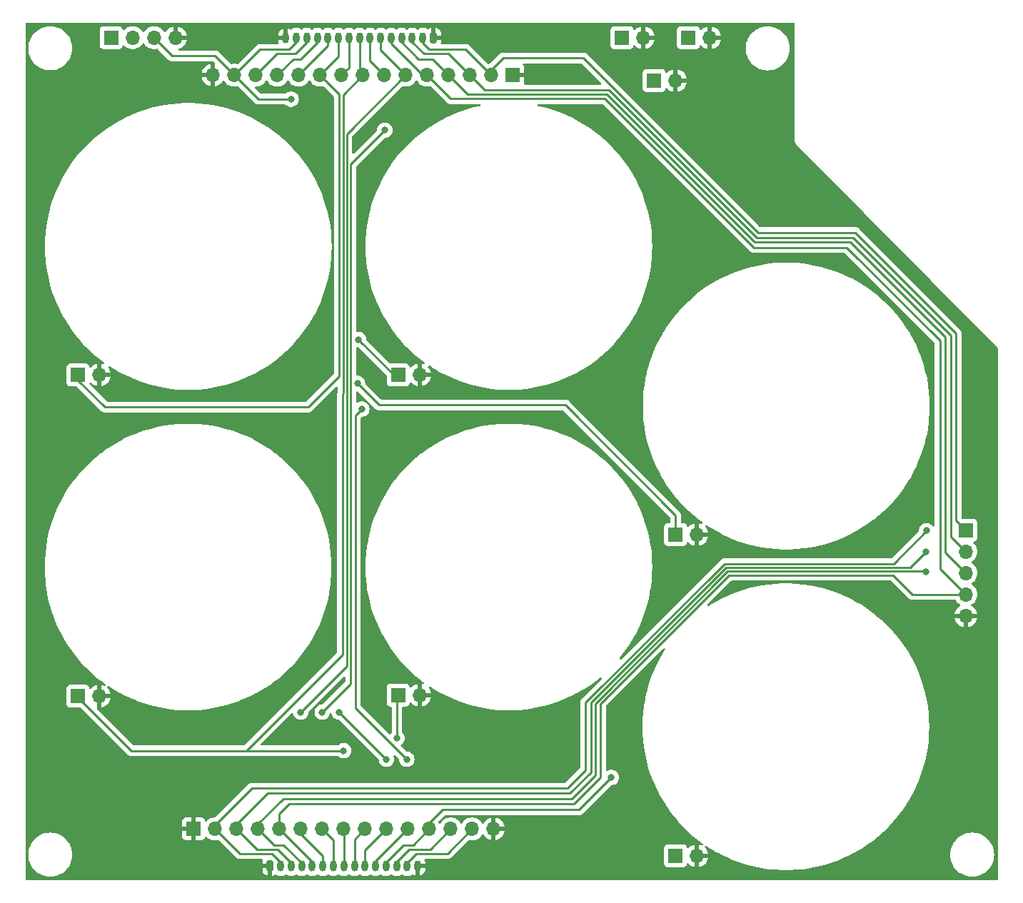
<source format=gbr>
%TF.GenerationSoftware,KiCad,Pcbnew,7.0.9*%
%TF.CreationDate,2023-12-22T18:19:35+09:00*%
%TF.ProjectId,arcade_input_panel_support,61726361-6465-45f6-996e-7075745f7061,2*%
%TF.SameCoordinates,PX2246a88PY7fa82d0*%
%TF.FileFunction,Copper,L1,Top*%
%TF.FilePolarity,Positive*%
%FSLAX46Y46*%
G04 Gerber Fmt 4.6, Leading zero omitted, Abs format (unit mm)*
G04 Created by KiCad (PCBNEW 7.0.9) date 2023-12-22 18:19:35*
%MOMM*%
%LPD*%
G01*
G04 APERTURE LIST*
G04 Aperture macros list*
%AMRoundRect*
0 Rectangle with rounded corners*
0 $1 Rounding radius*
0 $2 $3 $4 $5 $6 $7 $8 $9 X,Y pos of 4 corners*
0 Add a 4 corners polygon primitive as box body*
4,1,4,$2,$3,$4,$5,$6,$7,$8,$9,$2,$3,0*
0 Add four circle primitives for the rounded corners*
1,1,$1+$1,$2,$3*
1,1,$1+$1,$4,$5*
1,1,$1+$1,$6,$7*
1,1,$1+$1,$8,$9*
0 Add four rect primitives between the rounded corners*
20,1,$1+$1,$2,$3,$4,$5,0*
20,1,$1+$1,$4,$5,$6,$7,0*
20,1,$1+$1,$6,$7,$8,$9,0*
20,1,$1+$1,$8,$9,$2,$3,0*%
G04 Aperture macros list end*
%TA.AperFunction,ComponentPad*%
%ADD10O,1.700000X1.700000*%
%TD*%
%TA.AperFunction,ComponentPad*%
%ADD11R,1.700000X1.700000*%
%TD*%
%TA.AperFunction,ComponentPad*%
%ADD12RoundRect,0.200000X-0.200000X-0.450000X0.200000X-0.450000X0.200000X0.450000X-0.200000X0.450000X0*%
%TD*%
%TA.AperFunction,ComponentPad*%
%ADD13O,0.800000X1.300000*%
%TD*%
%TA.AperFunction,ComponentPad*%
%ADD14RoundRect,0.200000X0.200000X0.450000X-0.200000X0.450000X-0.200000X-0.450000X0.200000X-0.450000X0*%
%TD*%
%TA.AperFunction,ViaPad*%
%ADD15C,0.800000*%
%TD*%
%TA.AperFunction,Conductor*%
%ADD16C,0.250000*%
%TD*%
G04 APERTURE END LIST*
D10*
%TO.P,J15,4,Pin_4*%
%TO.N,GND*%
X18796000Y100965000D03*
%TO.P,J15,3,Pin_3*%
%TO.N,/HOTKEY*%
X16256000Y100965000D03*
%TO.P,J15,2,Pin_2*%
%TO.N,/SELECT*%
X13716000Y100965000D03*
D11*
%TO.P,J15,1,Pin_1*%
%TO.N,/START*%
X11176000Y100965000D03*
%TD*%
%TO.P,J4,1,Pin_1*%
%TO.N,GND*%
X20955000Y7112000D03*
D10*
%TO.P,J4,2,Pin_2*%
%TO.N,/UP*%
X23495000Y7112000D03*
%TO.P,J4,3,Pin_3*%
%TO.N,/DOWN*%
X26035000Y7112000D03*
%TO.P,J4,4,Pin_4*%
%TO.N,/LEFT*%
X28575000Y7112000D03*
%TO.P,J4,5,Pin_5*%
%TO.N,/RIGHT*%
X31115000Y7112000D03*
%TO.P,J4,6,Pin_6*%
%TO.N,/START*%
X33655000Y7112000D03*
%TO.P,J4,7,Pin_7*%
%TO.N,/SELECT*%
X36195000Y7112000D03*
%TO.P,J4,8,Pin_8*%
%TO.N,/A*%
X38735000Y7112000D03*
%TO.P,J4,9,Pin_9*%
%TO.N,/B*%
X41275000Y7112000D03*
%TO.P,J4,10,Pin_10*%
%TO.N,/X*%
X43815000Y7112000D03*
%TO.P,J4,11,Pin_11*%
%TO.N,/Y*%
X46355000Y7112000D03*
%TO.P,J4,12,Pin_12*%
%TO.N,/TL*%
X48895000Y7112000D03*
%TO.P,J4,13,Pin_13*%
%TO.N,/TR*%
X51435000Y7112000D03*
%TO.P,J4,14,Pin_14*%
%TO.N,/HOTKEY*%
X53975000Y7112000D03*
%TO.P,J4,15,Pin_15*%
%TO.N,GND*%
X56515000Y7112000D03*
%TD*%
D11*
%TO.P,J12,1,Pin_1*%
%TO.N,/TL*%
X78105000Y42037000D03*
D10*
%TO.P,J12,2,Pin_2*%
%TO.N,GND*%
X80645000Y42037000D03*
%TD*%
D11*
%TO.P,J14,1,Pin_1*%
%TO.N,/HOTKEY*%
X75565000Y95885000D03*
D10*
%TO.P,J14,2,Pin_2*%
%TO.N,GND*%
X78105000Y95885000D03*
%TD*%
D11*
%TO.P,J3,1,Pin_1*%
%TO.N,GND*%
X58801000Y96520000D03*
D10*
%TO.P,J3,2,Pin_2*%
%TO.N,/UP*%
X56261000Y96520000D03*
%TO.P,J3,3,Pin_3*%
%TO.N,/DOWN*%
X53721000Y96520000D03*
%TO.P,J3,4,Pin_4*%
%TO.N,/LEFT*%
X51181000Y96520000D03*
%TO.P,J3,5,Pin_5*%
%TO.N,/RIGHT*%
X48641000Y96520000D03*
%TO.P,J3,6,Pin_6*%
%TO.N,/START*%
X46101000Y96520000D03*
%TO.P,J3,7,Pin_7*%
%TO.N,/SELECT*%
X43561000Y96520000D03*
%TO.P,J3,8,Pin_8*%
%TO.N,/A*%
X41021000Y96520000D03*
%TO.P,J3,9,Pin_9*%
%TO.N,/B*%
X38481000Y96520000D03*
%TO.P,J3,10,Pin_10*%
%TO.N,/X*%
X35941000Y96520000D03*
%TO.P,J3,11,Pin_11*%
%TO.N,/Y*%
X33401000Y96520000D03*
%TO.P,J3,12,Pin_12*%
%TO.N,/TL*%
X30861000Y96520000D03*
%TO.P,J3,13,Pin_13*%
%TO.N,/TR*%
X28321000Y96520000D03*
%TO.P,J3,14,Pin_14*%
%TO.N,/HOTKEY*%
X25781000Y96520000D03*
%TO.P,J3,15,Pin_15*%
%TO.N,GND*%
X23241000Y96520000D03*
%TD*%
D11*
%TO.P,J10,1,Pin_1*%
%TO.N,/X*%
X7239000Y60960000D03*
D10*
%TO.P,J10,2,Pin_2*%
%TO.N,GND*%
X9779000Y60960000D03*
%TD*%
D11*
%TO.P,J8,1,Pin_1*%
%TO.N,/A*%
X7239000Y22860000D03*
D10*
%TO.P,J8,2,Pin_2*%
%TO.N,GND*%
X9779000Y22860000D03*
%TD*%
D11*
%TO.P,J11,1,Pin_1*%
%TO.N,/Y*%
X45212000Y60960000D03*
D10*
%TO.P,J11,2,Pin_2*%
%TO.N,GND*%
X47752000Y60960000D03*
%TD*%
D12*
%TO.P,J2,1,Pin_1*%
%TO.N,GND*%
X30025000Y2692400D03*
D13*
%TO.P,J2,2,Pin_2*%
%TO.N,/UP*%
X31275000Y2692400D03*
%TO.P,J2,3,Pin_3*%
%TO.N,/DOWN*%
X32525000Y2692400D03*
%TO.P,J2,4,Pin_4*%
%TO.N,/LEFT*%
X33775000Y2692400D03*
%TO.P,J2,5,Pin_5*%
%TO.N,/RIGHT*%
X35025000Y2692400D03*
%TO.P,J2,6,Pin_6*%
%TO.N,/START*%
X36275000Y2692400D03*
%TO.P,J2,7,Pin_7*%
%TO.N,/SELECT*%
X37525000Y2692400D03*
%TO.P,J2,8,Pin_8*%
%TO.N,/A*%
X38775000Y2692400D03*
%TO.P,J2,9,Pin_9*%
%TO.N,/B*%
X40025000Y2692400D03*
%TO.P,J2,10,Pin_10*%
%TO.N,/X*%
X41275000Y2692400D03*
%TO.P,J2,11,Pin_11*%
%TO.N,/Y*%
X42525000Y2692400D03*
%TO.P,J2,12,Pin_12*%
%TO.N,/TL*%
X43775000Y2692400D03*
%TO.P,J2,13,Pin_13*%
%TO.N,/TR*%
X45025000Y2692400D03*
%TO.P,J2,14,Pin_14*%
%TO.N,/HOTKEY*%
X46275000Y2692400D03*
%TO.P,J2,15,Pin_15*%
%TO.N,GND*%
X47525000Y2692400D03*
%TD*%
D14*
%TO.P,J1,1,Pin_1*%
%TO.N,GND*%
X49377000Y100965000D03*
D13*
%TO.P,J1,2,Pin_2*%
%TO.N,/UP*%
X48127000Y100965000D03*
%TO.P,J1,3,Pin_3*%
%TO.N,/DOWN*%
X46877000Y100965000D03*
%TO.P,J1,4,Pin_4*%
%TO.N,/LEFT*%
X45627000Y100965000D03*
%TO.P,J1,5,Pin_5*%
%TO.N,/RIGHT*%
X44377000Y100965000D03*
%TO.P,J1,6,Pin_6*%
%TO.N,/START*%
X43127000Y100965000D03*
%TO.P,J1,7,Pin_7*%
%TO.N,/SELECT*%
X41877000Y100965000D03*
%TO.P,J1,8,Pin_8*%
%TO.N,/A*%
X40627000Y100965000D03*
%TO.P,J1,9,Pin_9*%
%TO.N,/B*%
X39377000Y100965000D03*
%TO.P,J1,10,Pin_10*%
%TO.N,/X*%
X38127000Y100965000D03*
%TO.P,J1,11,Pin_11*%
%TO.N,/Y*%
X36877000Y100965000D03*
%TO.P,J1,12,Pin_12*%
%TO.N,/TL*%
X35627000Y100965000D03*
%TO.P,J1,13,Pin_13*%
%TO.N,/TR*%
X34377000Y100965000D03*
%TO.P,J1,14,Pin_14*%
%TO.N,/HOTKEY*%
X33127000Y100965000D03*
%TO.P,J1,15,Pin_15*%
%TO.N,GND*%
X31877000Y100965000D03*
%TD*%
D11*
%TO.P,J13,1,Pin_1*%
%TO.N,/TR*%
X78105000Y3937000D03*
D10*
%TO.P,J13,2,Pin_2*%
%TO.N,GND*%
X80645000Y3937000D03*
%TD*%
D11*
%TO.P,J7,1,Pin_1*%
%TO.N,/SELECT*%
X79629000Y100965000D03*
D10*
%TO.P,J7,2,Pin_2*%
%TO.N,GND*%
X82169000Y100965000D03*
%TD*%
D11*
%TO.P,J6,1,Pin_1*%
%TO.N,/START*%
X71755000Y100965000D03*
D10*
%TO.P,J6,2,Pin_2*%
%TO.N,GND*%
X74295000Y100965000D03*
%TD*%
D11*
%TO.P,J5,1,Pin_1*%
%TO.N,/UP*%
X112522000Y42545000D03*
D10*
%TO.P,J5,2,Pin_2*%
%TO.N,/DOWN*%
X112522000Y40005000D03*
%TO.P,J5,3,Pin_3*%
%TO.N,/LEFT*%
X112522000Y37465000D03*
%TO.P,J5,4,Pin_4*%
%TO.N,/RIGHT*%
X112522000Y34925000D03*
%TO.P,J5,5,Pin_5*%
%TO.N,GND*%
X112522000Y32385000D03*
%TD*%
D11*
%TO.P,J9,1,Pin_1*%
%TO.N,/B*%
X45212000Y22987000D03*
D10*
%TO.P,J9,2,Pin_2*%
%TO.N,GND*%
X47752000Y22987000D03*
%TD*%
D15*
%TO.N,/UP*%
X107886500Y42481500D03*
%TO.N,/DOWN*%
X107823000Y40005000D03*
%TO.N,/LEFT*%
X107823000Y37592000D03*
%TO.N,/START*%
X33655000Y20955000D03*
%TO.N,/SELECT*%
X43624500Y89979500D03*
X36195000Y20955000D03*
%TO.N,/A*%
X38735000Y16383000D03*
%TO.N,/B*%
X45059600Y17881600D03*
%TO.N,/X*%
X38216000Y20966000D03*
X43815000Y15367000D03*
%TO.N,/Y*%
X46228000Y15367000D03*
X40894000Y56896000D03*
X40513000Y65151000D03*
%TO.N,/TL*%
X70485000Y13208000D03*
X40386000Y59944000D03*
%TO.N,/HOTKEY*%
X32512000Y93675200D03*
%TD*%
D16*
%TO.N,/B*%
X45059600Y22834600D02*
X45212000Y22987000D01*
X45059600Y17881600D02*
X45059600Y22834600D01*
%TO.N,/A*%
X13589000Y16383000D02*
X22123400Y16383000D01*
X7239000Y22733000D02*
X13589000Y16383000D01*
X7239000Y22860000D02*
X7239000Y22733000D01*
%TO.N,/TL*%
X78105000Y44323000D02*
X78105000Y42037000D01*
X65024000Y57404000D02*
X78105000Y44323000D01*
X42926000Y57404000D02*
X65024000Y57404000D01*
X40386000Y59944000D02*
X42926000Y57404000D01*
%TO.N,/Y*%
X40513000Y65151000D02*
X44704000Y60960000D01*
X44704000Y60960000D02*
X45212000Y60960000D01*
%TO.N,/X*%
X7239000Y60325000D02*
X10414000Y57150000D01*
X7239000Y60960000D02*
X7239000Y60325000D01*
X10414000Y57150000D02*
X34544000Y57150000D01*
X34544000Y57150000D02*
X38227000Y60833000D01*
X38227000Y60833000D02*
X38227000Y94234000D01*
X38227000Y94234000D02*
X35941000Y96520000D01*
%TO.N,/HOTKEY*%
X18415000Y98806000D02*
X23495000Y98806000D01*
X16256000Y100965000D02*
X18415000Y98806000D01*
X23495000Y98806000D02*
X25781000Y96520000D01*
%TO.N,/UP*%
X111379000Y43688000D02*
X112522000Y42545000D01*
X87884000Y77851000D02*
X99441000Y77851000D01*
X99441000Y77851000D02*
X111379000Y65913000D01*
X57658000Y98552000D02*
X67183000Y98552000D01*
X67183000Y98552000D02*
X87884000Y77851000D01*
X111379000Y65913000D02*
X111379000Y43688000D01*
X56261000Y97155000D02*
X57658000Y98552000D01*
X56261000Y96520000D02*
X56261000Y97155000D01*
%TO.N,/RIGHT*%
X51435000Y93726000D02*
X48641000Y96520000D01*
X87376000Y76073000D02*
X69723000Y93726000D01*
X109474000Y65024000D02*
X98425000Y76073000D01*
X109474000Y37973000D02*
X109474000Y65024000D01*
X112522000Y34925000D02*
X109474000Y37973000D01*
X98425000Y76073000D02*
X87376000Y76073000D01*
X69723000Y93726000D02*
X51435000Y93726000D01*
%TO.N,/LEFT*%
X87503000Y76708000D02*
X98806000Y76708000D01*
X110051000Y39936000D02*
X112522000Y37465000D01*
X53467000Y94234000D02*
X69977000Y94234000D01*
X69977000Y94234000D02*
X87503000Y76708000D01*
X98806000Y76708000D02*
X110051000Y65463000D01*
X110051000Y65463000D02*
X110051000Y39936000D01*
X51181000Y96520000D02*
X53467000Y94234000D01*
%TO.N,/DOWN*%
X46877000Y100443000D02*
X46877000Y100965000D01*
X87697604Y77274000D02*
X70229604Y94742000D01*
X99129000Y77274000D02*
X87697604Y77274000D01*
X55499000Y94742000D02*
X51181000Y99060000D01*
X110744000Y65659000D02*
X99129000Y77274000D01*
X48260000Y99060000D02*
X46877000Y100443000D01*
X70229604Y94742000D02*
X55499000Y94742000D01*
X51181000Y99060000D02*
X48260000Y99060000D01*
X112522000Y40005000D02*
X110744000Y41783000D01*
X110744000Y41783000D02*
X110744000Y65659000D01*
%TO.N,/UP*%
X31215000Y2632400D02*
X31215000Y2540000D01*
X48895000Y99568000D02*
X48127000Y100336000D01*
X65278000Y11938000D02*
X27863800Y11938000D01*
X107886500Y42481500D02*
X103966000Y38561000D01*
X56261000Y96520000D02*
X53213000Y99568000D01*
X103966000Y38561000D02*
X83900000Y38561000D01*
X83900000Y38561000D02*
X67437000Y22098000D01*
X67437000Y22098000D02*
X67437000Y14097000D01*
X31275000Y2692400D02*
X31215000Y2632400D01*
X48127000Y100336000D02*
X48127000Y100965000D01*
X53213000Y99568000D02*
X48895000Y99568000D01*
X31275000Y3142000D02*
X31275000Y2692400D01*
X23495000Y7569200D02*
X23495000Y7112000D01*
X23495000Y7112000D02*
X26441400Y4165600D01*
X30251400Y4165600D02*
X31275000Y3142000D01*
X67437000Y14097000D02*
X65278000Y11938000D01*
X27863800Y11938000D02*
X23495000Y7569200D01*
X26441400Y4165600D02*
X30251400Y4165600D01*
%TO.N,/DOWN*%
X68072000Y13843000D02*
X65569000Y11340000D01*
X30930850Y4699000D02*
X32525000Y3104850D01*
X68072000Y22096604D02*
X68072000Y13843000D01*
X105929000Y38111000D02*
X84086396Y38111000D01*
X107823000Y40005000D02*
X105929000Y38111000D01*
X84086396Y38111000D02*
X68072000Y22096604D01*
X26035000Y7620000D02*
X26035000Y7112000D01*
X29755000Y11340000D02*
X26035000Y7620000D01*
X65569000Y11340000D02*
X29755000Y11340000D01*
X28448000Y4699000D02*
X30930850Y4699000D01*
X26035000Y7112000D02*
X28448000Y4699000D01*
X32525000Y3104850D02*
X32525000Y2692400D01*
%TO.N,/LEFT*%
X31558400Y10705000D02*
X28575000Y7721600D01*
X49276000Y98425000D02*
X47625000Y98425000D01*
X28575000Y7112000D02*
X30480000Y5207000D01*
X28575000Y7721600D02*
X28575000Y7112000D01*
X107754000Y37661000D02*
X84272792Y37661000D01*
X47625000Y98425000D02*
X45627000Y100423000D01*
X68580000Y13462000D02*
X65823000Y10705000D01*
X30480000Y5207000D02*
X31623000Y5207000D01*
X107823000Y37592000D02*
X107754000Y37661000D01*
X51181000Y96520000D02*
X49276000Y98425000D01*
X33715000Y3115000D02*
X33715000Y2540000D01*
X84272792Y37661000D02*
X68580000Y21968208D01*
X68580000Y21968208D02*
X68580000Y13462000D01*
X65823000Y10705000D02*
X31558400Y10705000D01*
X45627000Y100423000D02*
X45627000Y100965000D01*
X31623000Y5207000D02*
X33715000Y3115000D01*
%TO.N,/RIGHT*%
X69215000Y13208000D02*
X66077000Y10070000D01*
X66077000Y10070000D02*
X32295000Y10070000D01*
X106172000Y34925000D02*
X103886000Y37211000D01*
X44377000Y100276000D02*
X44377000Y100965000D01*
X35025000Y3202000D02*
X31115000Y7112000D01*
X69215000Y21966812D02*
X69215000Y13208000D01*
X31115000Y8890000D02*
X31115000Y7112000D01*
X32295000Y10070000D02*
X31115000Y8890000D01*
X112522000Y34925000D02*
X106172000Y34925000D01*
X35025000Y2692400D02*
X35025000Y3202000D01*
X103886000Y37211000D02*
X84459188Y37211000D01*
X48133000Y96520000D02*
X44377000Y100276000D01*
X84459188Y37211000D02*
X69215000Y21966812D01*
X48641000Y96520000D02*
X48133000Y96520000D01*
%TO.N,/START*%
X33655000Y20955000D02*
X39127000Y26427000D01*
X36275000Y3882400D02*
X36275000Y2692400D01*
X33655000Y7112000D02*
X33655000Y6502400D01*
X46101000Y96520000D02*
X43127000Y99494000D01*
X33655000Y6502400D02*
X36275000Y3882400D01*
X39127000Y89546000D02*
X46101000Y96520000D01*
X43127000Y99494000D02*
X43127000Y100965000D01*
X39127000Y26427000D02*
X39127000Y89546000D01*
%TO.N,/SELECT*%
X39577000Y24337000D02*
X39577000Y85932000D01*
X41877000Y98204000D02*
X41877000Y100965000D01*
X37525000Y5782000D02*
X37525000Y2692400D01*
X36195000Y20955000D02*
X39577000Y24337000D01*
X39577000Y85932000D02*
X43624500Y89979500D01*
X36195000Y7112000D02*
X37525000Y5782000D01*
X43561000Y96520000D02*
X41877000Y98204000D01*
%TO.N,/A*%
X22123400Y16383000D02*
X27178000Y16383000D01*
X38735000Y7112000D02*
X38775000Y7072000D01*
X38775000Y7072000D02*
X38775000Y2692400D01*
X27178000Y16383000D02*
X38608000Y27813000D01*
X40627000Y96914000D02*
X40627000Y100965000D01*
X38677000Y58743000D02*
X38677000Y94176000D01*
X38677000Y94176000D02*
X41021000Y96520000D01*
X41021000Y96520000D02*
X40627000Y96914000D01*
X38608000Y58674000D02*
X38677000Y58743000D01*
X38608000Y27813000D02*
X38608000Y58674000D01*
X22123400Y16383000D02*
X38735000Y16383000D01*
%TO.N,/B*%
X41275000Y7112000D02*
X40025000Y5862000D01*
X38481000Y96520000D02*
X39377000Y97416000D01*
X39377000Y97416000D02*
X39377000Y100965000D01*
X40025000Y5862000D02*
X40025000Y2692400D01*
%TO.N,/X*%
X43815000Y15367000D02*
X38216000Y20966000D01*
X38127000Y98706000D02*
X38127000Y100965000D01*
X41275000Y4572000D02*
X43815000Y7112000D01*
X35941000Y96520000D02*
X38127000Y98706000D01*
X41275000Y2692400D02*
X41275000Y4572000D01*
%TO.N,/Y*%
X33401000Y96520000D02*
X36877000Y99996000D01*
X46228000Y15240000D02*
X46228000Y15367000D01*
X40132000Y21463000D02*
X46228000Y15367000D01*
X42525000Y3282000D02*
X42525000Y2692400D01*
X46355000Y7112000D02*
X42525000Y3282000D01*
X36877000Y99996000D02*
X36877000Y100965000D01*
X40132000Y56134000D02*
X40132000Y21463000D01*
X40894000Y56896000D02*
X40132000Y56134000D01*
%TO.N,/TL*%
X32766000Y98425000D02*
X33656396Y98425000D01*
X66675000Y9398000D02*
X50482500Y9398000D01*
X30861000Y96520000D02*
X32766000Y98425000D01*
X48895000Y7810500D02*
X48895000Y7112000D01*
X46990000Y5207000D02*
X48895000Y7112000D01*
X43775000Y2692400D02*
X43775000Y3160400D01*
X45821600Y5207000D02*
X46990000Y5207000D01*
X50482500Y9398000D02*
X48895000Y7810500D01*
X35627000Y100395604D02*
X35627000Y100965000D01*
X70485000Y13208000D02*
X66675000Y9398000D01*
X43775000Y3160400D02*
X45821600Y5207000D01*
X33656396Y98425000D02*
X35627000Y100395604D01*
%TO.N,/TR*%
X34377000Y100965000D02*
X34377000Y100417000D01*
X46482000Y4699000D02*
X49022000Y4699000D01*
X45025000Y3242000D02*
X46482000Y4699000D01*
X44965000Y2540000D02*
X44965000Y2632400D01*
X30861000Y99060000D02*
X28321000Y96520000D01*
X45025000Y2692400D02*
X45025000Y3242000D01*
X33020000Y99060000D02*
X30861000Y99060000D01*
X49022000Y4699000D02*
X51435000Y7112000D01*
X44965000Y2632400D02*
X45025000Y2692400D01*
X34377000Y100417000D02*
X33020000Y99060000D01*
%TO.N,/HOTKEY*%
X28625800Y93675200D02*
X25781000Y96520000D01*
X46275000Y2692400D02*
X46275000Y3095000D01*
X32258000Y99568000D02*
X33127000Y100437000D01*
X47371000Y4191000D02*
X51054000Y4191000D01*
X51054000Y4191000D02*
X53975000Y7112000D01*
X32512000Y93675200D02*
X28625800Y93675200D01*
X46275000Y3095000D02*
X47371000Y4191000D01*
X28829000Y99568000D02*
X32258000Y99568000D01*
X25400000Y96520000D02*
X25781000Y96520000D01*
X33127000Y100437000D02*
X33127000Y100965000D01*
X25781000Y96520000D02*
X28829000Y99568000D01*
%TD*%
%TA.AperFunction,Conductor*%
%TO.N,GND*%
G36*
X30218039Y2922715D02*
G01*
X30263794Y2869911D01*
X30275000Y2818400D01*
X30275000Y2717024D01*
X30260495Y2789945D01*
X30205240Y2872640D01*
X30122545Y2927895D01*
X30049624Y2942400D01*
X30151000Y2942400D01*
X30218039Y2922715D01*
G37*
%TD.AperFunction*%
%TA.AperFunction,Conductor*%
G36*
X47427455Y2927895D02*
G01*
X47344760Y2872640D01*
X47289505Y2789945D01*
X47275000Y2717024D01*
X47275000Y2818400D01*
X47294685Y2885439D01*
X47347489Y2931194D01*
X47399000Y2942400D01*
X47500376Y2942400D01*
X47427455Y2927895D01*
G37*
%TD.AperFunction*%
%TA.AperFunction,Conductor*%
G36*
X69476273Y93072815D02*
G01*
X69496915Y93056181D01*
X86868912Y75684183D01*
X86878816Y75671822D01*
X86879026Y75671995D01*
X86884001Y75665981D01*
X86935078Y75618016D01*
X86956224Y75596870D01*
X86961813Y75592534D01*
X86966245Y75588748D01*
X86998159Y75558780D01*
X87000680Y75556413D01*
X87018562Y75546583D01*
X87034829Y75535898D01*
X87050960Y75523385D01*
X87072838Y75513919D01*
X87094307Y75504629D01*
X87099533Y75502069D01*
X87140940Y75479305D01*
X87160716Y75474228D01*
X87179124Y75467925D01*
X87197850Y75459821D01*
X87197852Y75459820D01*
X87197853Y75459820D01*
X87197855Y75459819D01*
X87238784Y75453337D01*
X87244503Y75452431D01*
X87250212Y75451249D01*
X87295970Y75439500D01*
X87316384Y75439500D01*
X87335783Y75437973D01*
X87355943Y75434780D01*
X87402966Y75439225D01*
X87408804Y75439500D01*
X98111234Y75439500D01*
X98178273Y75419815D01*
X98198915Y75403181D01*
X108804181Y64797915D01*
X108837666Y64736592D01*
X108840500Y64710234D01*
X108840500Y43102738D01*
X108820815Y43035699D01*
X108768011Y42989944D01*
X108698853Y42980000D01*
X108635297Y43009025D01*
X108624350Y43019766D01*
X108497754Y43160365D01*
X108428611Y43210601D01*
X108343252Y43272618D01*
X108168788Y43350294D01*
X108168786Y43350295D01*
X107981987Y43390000D01*
X107791013Y43390000D01*
X107604214Y43350295D01*
X107604212Y43350294D01*
X107445828Y43279777D01*
X107429746Y43272617D01*
X107275245Y43160365D01*
X107147459Y43018443D01*
X107051973Y42853057D01*
X107051970Y42853050D01*
X107013864Y42735770D01*
X106992958Y42671428D01*
X106978829Y42537000D01*
X106975519Y42505505D01*
X106948934Y42440891D01*
X106939879Y42430786D01*
X103739914Y39230819D01*
X103678591Y39197334D01*
X103652233Y39194500D01*
X83983631Y39194500D01*
X83967879Y39196240D01*
X83967854Y39195968D01*
X83960092Y39196702D01*
X83960091Y39196702D01*
X83890028Y39194500D01*
X83860144Y39194500D01*
X83860141Y39194500D01*
X83860129Y39194499D01*
X83853137Y39193616D01*
X83847320Y39193159D01*
X83800114Y39191675D01*
X83800107Y39191674D01*
X83780500Y39185978D01*
X83761461Y39182035D01*
X83741211Y39179476D01*
X83741201Y39179474D01*
X83697291Y39162089D01*
X83691765Y39160197D01*
X83646412Y39147021D01*
X83646407Y39147019D01*
X83628833Y39136626D01*
X83611372Y39128072D01*
X83592386Y39120554D01*
X83592384Y39120553D01*
X83554172Y39092792D01*
X83549290Y39089585D01*
X83508637Y39065543D01*
X83494201Y39051106D01*
X83479415Y39038477D01*
X83462893Y39026472D01*
X83462891Y39026471D01*
X83462891Y39026470D01*
X83462888Y39026468D01*
X83432780Y38990075D01*
X83428849Y38985754D01*
X71650693Y27207599D01*
X71589370Y27174114D01*
X71519678Y27179098D01*
X71463745Y27220970D01*
X71439328Y27286434D01*
X71454180Y27354707D01*
X71468237Y27375240D01*
X71595128Y27525641D01*
X72094105Y28178639D01*
X72094105Y28178640D01*
X72339296Y28533859D01*
X72560958Y28854992D01*
X72994582Y29553100D01*
X72994583Y29553101D01*
X73174335Y29876359D01*
X73393985Y30271366D01*
X73758214Y31008078D01*
X74086423Y31761522D01*
X74086424Y31761522D01*
X74309332Y32349287D01*
X74377850Y32529953D01*
X74631810Y33311561D01*
X74847711Y34104526D01*
X75025049Y34906996D01*
X75066444Y35149360D01*
X75138934Y35573793D01*
X75163410Y35717097D01*
X75196611Y35990530D01*
X75262471Y36532931D01*
X75322001Y37352614D01*
X75341859Y38174200D01*
X75322001Y38995786D01*
X75262471Y39815469D01*
X75163410Y40631302D01*
X75156772Y40670165D01*
X75039051Y41359422D01*
X75025050Y41441399D01*
X74847710Y42243879D01*
X74631810Y43036839D01*
X74479954Y43504203D01*
X74377852Y43818441D01*
X74367442Y43845889D01*
X74218216Y44239368D01*
X74086424Y44586878D01*
X74086423Y44586878D01*
X73758214Y45340322D01*
X73393990Y46077024D01*
X73393989Y46077025D01*
X73393985Y46077034D01*
X72994589Y46795288D01*
X72994583Y46795299D01*
X72994582Y46795300D01*
X72816655Y47081751D01*
X72560958Y47493408D01*
X72094104Y48169762D01*
X71777592Y48583973D01*
X71595128Y48822759D01*
X71065166Y49450911D01*
X70659576Y49887025D01*
X70505487Y50052711D01*
X69917385Y50626769D01*
X69917379Y50626775D01*
X69302247Y51171735D01*
X68730708Y51630759D01*
X68661480Y51686359D01*
X68661481Y51686359D01*
X67996601Y52169422D01*
X67996599Y52169423D01*
X67309162Y52619797D01*
X67309150Y52619804D01*
X67309144Y52619808D01*
X66600773Y53036430D01*
X66600768Y53036433D01*
X66278969Y53205326D01*
X65873071Y53418358D01*
X65873072Y53418357D01*
X65127768Y53764681D01*
X64366627Y54074581D01*
X64366629Y54074581D01*
X64366615Y54074586D01*
X63591372Y54347358D01*
X62803855Y54582357D01*
X62005905Y54779035D01*
X61199384Y54936930D01*
X60386176Y55055676D01*
X60386169Y55055677D01*
X60386160Y55055678D01*
X59568181Y55134994D01*
X59568182Y55134994D01*
X58747318Y55174700D01*
X58747310Y55174700D01*
X57925478Y55174700D01*
X57925470Y55174700D01*
X57104606Y55134994D01*
X57104607Y55134994D01*
X56286628Y55055678D01*
X56286618Y55055677D01*
X56286612Y55055676D01*
X55473404Y54936930D01*
X54666883Y54779035D01*
X53868933Y54582357D01*
X53081416Y54347358D01*
X52306173Y54074586D01*
X52306161Y54074581D01*
X51545020Y53764681D01*
X50799716Y53418357D01*
X50799717Y53418358D01*
X50393819Y53205326D01*
X50072020Y53036433D01*
X50072015Y53036430D01*
X49363644Y52619808D01*
X49363637Y52619804D01*
X49363626Y52619797D01*
X48676189Y52169423D01*
X48676187Y52169422D01*
X48011307Y51686359D01*
X48011308Y51686359D01*
X47942080Y51630759D01*
X47370541Y51171735D01*
X46755409Y50626775D01*
X46755403Y50626769D01*
X46167301Y50052711D01*
X46013212Y49887025D01*
X45607622Y49450911D01*
X45077660Y48822759D01*
X44895196Y48583973D01*
X44578684Y48169762D01*
X44111830Y47493408D01*
X43856132Y47081751D01*
X43678206Y46795300D01*
X43678205Y46795299D01*
X43678199Y46795288D01*
X43278803Y46077034D01*
X43278798Y46077025D01*
X43278798Y46077024D01*
X42914574Y45340322D01*
X42586365Y44586878D01*
X42586364Y44586878D01*
X42454572Y44239368D01*
X42305346Y43845889D01*
X42294936Y43818441D01*
X42192834Y43504203D01*
X42040978Y43036839D01*
X41825078Y42243879D01*
X41647738Y41441399D01*
X41633737Y41359422D01*
X41516016Y40670165D01*
X41509378Y40631302D01*
X41410317Y39815469D01*
X41350787Y38995786D01*
X41330929Y38174200D01*
X41350787Y37352614D01*
X41410317Y36532931D01*
X41476177Y35990530D01*
X41509378Y35717097D01*
X41533854Y35573793D01*
X41606344Y35149360D01*
X41647739Y34906996D01*
X41825077Y34104526D01*
X42040978Y33311561D01*
X42294938Y32529953D01*
X42363455Y32349287D01*
X42586364Y31761522D01*
X42586365Y31761522D01*
X42914574Y31008078D01*
X43278803Y30271366D01*
X43498453Y29876359D01*
X43678205Y29553101D01*
X43678206Y29553100D01*
X44111830Y28854992D01*
X44333492Y28533859D01*
X44578683Y28178640D01*
X44578683Y28178639D01*
X45077660Y27525641D01*
X45607622Y26897489D01*
X45869619Y26615775D01*
X46167301Y26295689D01*
X46167307Y26295684D01*
X46167309Y26295681D01*
X46755409Y25721625D01*
X47370541Y25176665D01*
X47370550Y25176658D01*
X47370552Y25176656D01*
X47660128Y24944087D01*
X48011308Y24662041D01*
X48011307Y24662041D01*
X48226480Y24505709D01*
X48269146Y24450379D01*
X48275125Y24380766D01*
X48242519Y24318971D01*
X48181681Y24284614D01*
X48121502Y24285616D01*
X48002000Y24317637D01*
X48002000Y23422502D01*
X47894315Y23471680D01*
X47787763Y23487000D01*
X47716237Y23487000D01*
X47609685Y23471680D01*
X47502000Y23422502D01*
X47502000Y24317636D01*
X47501999Y24317636D01*
X47288513Y24260433D01*
X47288507Y24260430D01*
X47074422Y24160601D01*
X47074420Y24160600D01*
X46880926Y24025114D01*
X46765084Y23909272D01*
X46703761Y23875788D01*
X46634069Y23880772D01*
X46578136Y23922644D01*
X46561223Y23953616D01*
X46512889Y24083204D01*
X46425261Y24200261D01*
X46308204Y24287889D01*
X46279613Y24298553D01*
X46171203Y24338989D01*
X46110654Y24345500D01*
X46110638Y24345500D01*
X44313362Y24345500D01*
X44313345Y24345500D01*
X44252797Y24338989D01*
X44252795Y24338989D01*
X44115795Y24287889D01*
X43998739Y24200261D01*
X43911111Y24083205D01*
X43860011Y23946205D01*
X43860011Y23946203D01*
X43853500Y23885655D01*
X43853500Y22088346D01*
X43860011Y22027798D01*
X43860011Y22027796D01*
X43909847Y21894185D01*
X43911111Y21890796D01*
X43998739Y21773739D01*
X44115796Y21686111D01*
X44252799Y21635011D01*
X44285229Y21631525D01*
X44315356Y21628285D01*
X44379907Y21601547D01*
X44419755Y21544154D01*
X44426100Y21504996D01*
X44426100Y18583359D01*
X44406415Y18516320D01*
X44394250Y18500387D01*
X44320563Y18418550D01*
X44320558Y18418543D01*
X44310511Y18401140D01*
X44259943Y18352925D01*
X44191336Y18339704D01*
X44126471Y18365673D01*
X44115444Y18375461D01*
X40801819Y21689086D01*
X40768334Y21750409D01*
X40765500Y21776767D01*
X40765500Y55820234D01*
X40785185Y55887273D01*
X40801819Y55907915D01*
X40845085Y55951181D01*
X40906408Y55984666D01*
X40932766Y55987500D01*
X40989487Y55987500D01*
X41176288Y56027206D01*
X41350752Y56104882D01*
X41505253Y56217134D01*
X41633040Y56359056D01*
X41728527Y56524444D01*
X41787542Y56706072D01*
X41807504Y56896000D01*
X41787542Y57085928D01*
X41728527Y57267556D01*
X41633040Y57432944D01*
X41505253Y57574866D01*
X41350752Y57687118D01*
X41176288Y57764794D01*
X41176286Y57764795D01*
X40989487Y57804500D01*
X40798513Y57804500D01*
X40611714Y57764795D01*
X40437243Y57687116D01*
X40407385Y57665422D01*
X40341579Y57641942D01*
X40273525Y57657768D01*
X40224830Y57707874D01*
X40210500Y57765740D01*
X40210500Y58911500D01*
X40230185Y58978539D01*
X40282989Y59024294D01*
X40334500Y59035500D01*
X40347234Y59035500D01*
X40414273Y59015815D01*
X40434915Y58999181D01*
X42418910Y57015186D01*
X42428816Y57002822D01*
X42429026Y57002995D01*
X42434001Y56996981D01*
X42485094Y56949001D01*
X42506225Y56927871D01*
X42506230Y56927866D01*
X42511802Y56923544D01*
X42516242Y56919751D01*
X42550678Y56887414D01*
X42568567Y56877580D01*
X42584833Y56866896D01*
X42600959Y56854387D01*
X42644298Y56835633D01*
X42649545Y56833063D01*
X42690940Y56810305D01*
X42710718Y56805227D01*
X42729121Y56798926D01*
X42747852Y56790820D01*
X42747853Y56790820D01*
X42747855Y56790819D01*
X42775250Y56786481D01*
X42794497Y56783432D01*
X42800213Y56782249D01*
X42845970Y56770500D01*
X42866390Y56770500D01*
X42885789Y56768973D01*
X42905941Y56765782D01*
X42905942Y56765781D01*
X42905942Y56765782D01*
X42905943Y56765781D01*
X42952959Y56770225D01*
X42958796Y56770500D01*
X64710234Y56770500D01*
X64777273Y56750815D01*
X64797915Y56734181D01*
X77435181Y44096915D01*
X77468666Y44035592D01*
X77471500Y44009234D01*
X77471500Y43519500D01*
X77451815Y43452461D01*
X77399011Y43406706D01*
X77347500Y43395500D01*
X77206345Y43395500D01*
X77145797Y43388989D01*
X77145795Y43388989D01*
X77008795Y43337889D01*
X76891739Y43250261D01*
X76804111Y43133205D01*
X76753011Y42996205D01*
X76753011Y42996203D01*
X76746500Y42935655D01*
X76746500Y41138346D01*
X76753011Y41077798D01*
X76753011Y41077796D01*
X76801948Y40946596D01*
X76804111Y40940796D01*
X76891739Y40823739D01*
X77008796Y40736111D01*
X77145799Y40685011D01*
X77173050Y40682082D01*
X77206345Y40678501D01*
X77206362Y40678500D01*
X79003638Y40678500D01*
X79003654Y40678501D01*
X79030692Y40681409D01*
X79064201Y40685011D01*
X79201204Y40736111D01*
X79318261Y40823739D01*
X79405889Y40940796D01*
X79454223Y41070385D01*
X79496093Y41126314D01*
X79561557Y41150731D01*
X79629830Y41135879D01*
X79658084Y41114728D01*
X79773917Y40998895D01*
X79967421Y40863400D01*
X80181507Y40763571D01*
X80181516Y40763567D01*
X80395000Y40706366D01*
X80395000Y41601499D01*
X80502685Y41552320D01*
X80609237Y41537000D01*
X80680763Y41537000D01*
X80787315Y41552320D01*
X80895000Y41601499D01*
X80895000Y40706367D01*
X81108483Y40763567D01*
X81108492Y40763571D01*
X81322578Y40863400D01*
X81516082Y40998895D01*
X81683105Y41165918D01*
X81818600Y41359422D01*
X81918429Y41573508D01*
X81918432Y41573514D01*
X81975636Y41787000D01*
X81078686Y41787000D01*
X81104493Y41827156D01*
X81145000Y41965111D01*
X81145000Y42108889D01*
X81104493Y42246844D01*
X81078686Y42287000D01*
X81975636Y42287000D01*
X81975635Y42287001D01*
X81918432Y42500487D01*
X81918429Y42500493D01*
X81818600Y42714578D01*
X81818599Y42714580D01*
X81683113Y42908074D01*
X81683108Y42908080D01*
X81658320Y42932868D01*
X81624835Y42994191D01*
X81629819Y43063883D01*
X81671691Y43119816D01*
X81737155Y43144233D01*
X81805428Y43129381D01*
X81813949Y43124275D01*
X82264032Y42829403D01*
X82264043Y42829397D01*
X82264050Y42829392D01*
X82532625Y42671432D01*
X82972426Y42412767D01*
X83288566Y42246844D01*
X83700123Y42030842D01*
X83700122Y42030843D01*
X84445426Y41684519D01*
X84808529Y41536681D01*
X85206579Y41374614D01*
X85981822Y41101842D01*
X86769339Y40866843D01*
X87567289Y40670165D01*
X88373810Y40512270D01*
X89187018Y40393524D01*
X89187024Y40393524D01*
X89187034Y40393522D01*
X90005013Y40314206D01*
X90005012Y40314206D01*
X90825876Y40274500D01*
X90825884Y40274500D01*
X91647724Y40274500D01*
X92468588Y40314206D01*
X92468587Y40314206D01*
X93286566Y40393522D01*
X93286575Y40393524D01*
X93286582Y40393524D01*
X94099790Y40512270D01*
X94906311Y40670165D01*
X95704261Y40866843D01*
X96491778Y41101842D01*
X97267021Y41374614D01*
X97665071Y41536681D01*
X98028174Y41684519D01*
X98773478Y42030843D01*
X98773477Y42030842D01*
X99185034Y42246844D01*
X99501174Y42412767D01*
X99940975Y42671432D01*
X100209550Y42829392D01*
X100209556Y42829397D01*
X100209568Y42829403D01*
X100897005Y43279777D01*
X100897007Y43279779D01*
X100897007Y43279778D01*
X101561887Y43762841D01*
X101561886Y43762841D01*
X101617362Y43807397D01*
X102202642Y44277456D01*
X102202643Y44277458D01*
X102202653Y44277465D01*
X102817785Y44822425D01*
X103405885Y45396481D01*
X103405886Y45396484D01*
X103405893Y45396489D01*
X103626591Y45633798D01*
X103965572Y45998289D01*
X104495534Y46626441D01*
X104994511Y47279439D01*
X104994511Y47279440D01*
X105461359Y47955785D01*
X105461364Y47955792D01*
X105851553Y48583973D01*
X105894988Y48653900D01*
X105894989Y48653901D01*
X105988891Y48822770D01*
X106294391Y49372166D01*
X106658620Y50108878D01*
X106986829Y50862322D01*
X106986830Y50862322D01*
X107278258Y51630759D01*
X107532216Y52412361D01*
X107673338Y52930677D01*
X107748117Y53205326D01*
X107925455Y54007796D01*
X107936863Y54074586D01*
X108023587Y54582357D01*
X108063816Y54817897D01*
X108107140Y55174700D01*
X108162877Y55633731D01*
X108222407Y56453414D01*
X108242265Y57275000D01*
X108222407Y58096586D01*
X108162877Y58916269D01*
X108063816Y59732102D01*
X108053612Y59791844D01*
X107939495Y60460000D01*
X107925456Y60542199D01*
X107854510Y60863234D01*
X107811229Y61059086D01*
X107748116Y61344679D01*
X107532216Y62137639D01*
X107278256Y62919247D01*
X107118417Y63340709D01*
X106986830Y63687678D01*
X106986829Y63687678D01*
X106658620Y64441122D01*
X106294396Y65177824D01*
X106294395Y65177825D01*
X106294391Y65177834D01*
X105923323Y65845145D01*
X105894989Y65896099D01*
X105894988Y65896100D01*
X105703466Y66204438D01*
X105461364Y66594208D01*
X104994510Y67270562D01*
X104495534Y67923559D01*
X103965572Y68551711D01*
X103626591Y68916203D01*
X103405893Y69153511D01*
X102817791Y69727569D01*
X102817785Y69727575D01*
X102202653Y70272535D01*
X101561886Y70787159D01*
X101561887Y70787159D01*
X100897007Y71270222D01*
X100897005Y71270223D01*
X100209568Y71720597D01*
X100209556Y71720604D01*
X100209550Y71720608D01*
X99501179Y72137230D01*
X99501174Y72137233D01*
X99038504Y72380061D01*
X98773477Y72519158D01*
X98773478Y72519157D01*
X98028174Y72865481D01*
X97267033Y73175381D01*
X97267035Y73175381D01*
X97267021Y73175386D01*
X96491778Y73448158D01*
X95704261Y73683157D01*
X94906311Y73879835D01*
X94099790Y74037730D01*
X93286582Y74156476D01*
X93286575Y74156477D01*
X93286566Y74156478D01*
X92468587Y74235794D01*
X92468588Y74235794D01*
X91647724Y74275500D01*
X91647716Y74275500D01*
X90825884Y74275500D01*
X90825876Y74275500D01*
X90005012Y74235794D01*
X90005013Y74235794D01*
X89187034Y74156478D01*
X89187024Y74156477D01*
X89187018Y74156476D01*
X88373810Y74037730D01*
X87567289Y73879835D01*
X86769339Y73683157D01*
X85981822Y73448158D01*
X85206579Y73175386D01*
X85206567Y73175381D01*
X84445426Y72865481D01*
X83700122Y72519157D01*
X83700123Y72519158D01*
X83435096Y72380061D01*
X82972426Y72137233D01*
X82972421Y72137230D01*
X82264050Y71720608D01*
X82264043Y71720604D01*
X82264032Y71720597D01*
X81576595Y71270223D01*
X81576593Y71270222D01*
X80911713Y70787159D01*
X80911714Y70787159D01*
X80270947Y70272535D01*
X79655815Y69727575D01*
X79655809Y69727569D01*
X79067707Y69153511D01*
X78847008Y68916203D01*
X78508028Y68551711D01*
X77978066Y67923559D01*
X77479090Y67270562D01*
X77012236Y66594208D01*
X76770134Y66204438D01*
X76578612Y65896100D01*
X76578611Y65896099D01*
X76550277Y65845145D01*
X76179209Y65177834D01*
X76179204Y65177825D01*
X76179204Y65177824D01*
X75814980Y64441122D01*
X75486771Y63687678D01*
X75486770Y63687678D01*
X75355183Y63340709D01*
X75195344Y62919247D01*
X74941384Y62137639D01*
X74725484Y61344679D01*
X74662371Y61059086D01*
X74619090Y60863234D01*
X74548144Y60542199D01*
X74534105Y60460000D01*
X74419988Y59791844D01*
X74409784Y59732102D01*
X74310723Y58916269D01*
X74251193Y58096586D01*
X74231335Y57275000D01*
X74251193Y56453414D01*
X74310723Y55633731D01*
X74366460Y55174700D01*
X74409784Y54817897D01*
X74450013Y54582357D01*
X74536737Y54074586D01*
X74548145Y54007796D01*
X74725483Y53205326D01*
X74800262Y52930677D01*
X74941384Y52412361D01*
X75195342Y51630759D01*
X75486770Y50862322D01*
X75486771Y50862322D01*
X75814980Y50108878D01*
X76179209Y49372166D01*
X76484709Y48822770D01*
X76578611Y48653901D01*
X76578612Y48653900D01*
X76622047Y48583973D01*
X77012236Y47955792D01*
X77012241Y47955785D01*
X77479089Y47279440D01*
X77479089Y47279439D01*
X77978066Y46626441D01*
X78508028Y45998289D01*
X78847008Y45633798D01*
X79067707Y45396489D01*
X79067713Y45396484D01*
X79067715Y45396481D01*
X79655815Y44822425D01*
X80270947Y44277465D01*
X80270956Y44277458D01*
X80270958Y44277456D01*
X80856237Y43807397D01*
X80911714Y43762841D01*
X80911713Y43762841D01*
X81255739Y43512892D01*
X81298405Y43457562D01*
X81304384Y43387949D01*
X81271778Y43326154D01*
X81210940Y43291797D01*
X81141184Y43295785D01*
X81130451Y43300191D01*
X81108492Y43310430D01*
X81108486Y43310433D01*
X80895000Y43367636D01*
X80895000Y42472502D01*
X80787315Y42521680D01*
X80680763Y42537000D01*
X80609237Y42537000D01*
X80502685Y42521680D01*
X80395000Y42472502D01*
X80395000Y43367636D01*
X80394999Y43367636D01*
X80181513Y43310433D01*
X80181507Y43310430D01*
X79967422Y43210601D01*
X79967420Y43210600D01*
X79773926Y43075114D01*
X79658084Y42959272D01*
X79596761Y42925788D01*
X79527069Y42930772D01*
X79471136Y42972644D01*
X79454223Y43003616D01*
X79405889Y43133204D01*
X79318261Y43250261D01*
X79201204Y43337889D01*
X79064203Y43388989D01*
X79003654Y43395500D01*
X79003638Y43395500D01*
X78862500Y43395500D01*
X78795461Y43415185D01*
X78749706Y43467989D01*
X78738500Y43519500D01*
X78738500Y44239368D01*
X78740239Y44255120D01*
X78739968Y44255145D01*
X78740700Y44262901D01*
X78740702Y44262908D01*
X78738500Y44332972D01*
X78738500Y44362856D01*
X78737614Y44369859D01*
X78737157Y44375678D01*
X78735899Y44415709D01*
X78735674Y44422889D01*
X78729974Y44442508D01*
X78726031Y44461554D01*
X78723474Y44481796D01*
X78723474Y44481797D01*
X78706081Y44525726D01*
X78704204Y44531208D01*
X78691019Y44576593D01*
X78680620Y44594176D01*
X78672066Y44611637D01*
X78664552Y44630617D01*
X78636793Y44668824D01*
X78633586Y44673706D01*
X78609544Y44714359D01*
X78609543Y44714360D01*
X78609542Y44714362D01*
X78595108Y44728796D01*
X78582471Y44743591D01*
X78570472Y44760107D01*
X78570470Y44760110D01*
X78534073Y44790219D01*
X78529751Y44794153D01*
X65531088Y57792817D01*
X65521187Y57805177D01*
X65520977Y57805002D01*
X65516002Y57811014D01*
X65516000Y57811018D01*
X65489658Y57835755D01*
X65464922Y57858984D01*
X65443768Y57880137D01*
X65441792Y57881669D01*
X65438183Y57884469D01*
X65433750Y57888256D01*
X65399321Y57920586D01*
X65399319Y57920588D01*
X65381431Y57930422D01*
X65365170Y57941103D01*
X65349039Y57953616D01*
X65305693Y57972373D01*
X65300445Y57974944D01*
X65273251Y57989894D01*
X65259060Y57997695D01*
X65255660Y57998568D01*
X65239287Y58002772D01*
X65220881Y58009074D01*
X65202144Y58017182D01*
X65202146Y58017182D01*
X65155496Y58024570D01*
X65149781Y58025754D01*
X65129612Y58030932D01*
X65104032Y58037500D01*
X65104030Y58037500D01*
X65083616Y58037500D01*
X65064217Y58039027D01*
X65044058Y58042220D01*
X65044057Y58042220D01*
X64997034Y58037775D01*
X64991196Y58037500D01*
X43239767Y58037500D01*
X43172728Y58057185D01*
X43152086Y58073819D01*
X41332620Y59893285D01*
X41299135Y59954608D01*
X41296982Y59967988D01*
X41279542Y60133928D01*
X41220527Y60315556D01*
X41125040Y60480944D01*
X40997253Y60622866D01*
X40842752Y60735118D01*
X40668288Y60812794D01*
X40668286Y60812795D01*
X40481487Y60852500D01*
X40334500Y60852500D01*
X40267461Y60872185D01*
X40221706Y60924989D01*
X40210500Y60976500D01*
X40210500Y64133376D01*
X40230185Y64200415D01*
X40282989Y64246170D01*
X40352147Y64256114D01*
X40360244Y64254673D01*
X40417513Y64242500D01*
X40474234Y64242500D01*
X40541273Y64222815D01*
X40561915Y64206181D01*
X43817181Y60950915D01*
X43850666Y60889592D01*
X43853500Y60863234D01*
X43853500Y60061346D01*
X43860011Y60000798D01*
X43860011Y60000796D01*
X43893983Y59909717D01*
X43911111Y59863796D01*
X43998739Y59746739D01*
X44115796Y59659111D01*
X44252799Y59608011D01*
X44280050Y59605082D01*
X44313345Y59601501D01*
X44313362Y59601500D01*
X46110638Y59601500D01*
X46110654Y59601501D01*
X46137692Y59604409D01*
X46171201Y59608011D01*
X46308204Y59659111D01*
X46425261Y59746739D01*
X46512889Y59863796D01*
X46561223Y59993385D01*
X46603093Y60049314D01*
X46668557Y60073731D01*
X46736830Y60058879D01*
X46765084Y60037728D01*
X46880917Y59921895D01*
X47074421Y59786400D01*
X47288507Y59686571D01*
X47288516Y59686567D01*
X47502000Y59629366D01*
X47502000Y60524499D01*
X47609685Y60475320D01*
X47716237Y60460000D01*
X47787763Y60460000D01*
X47894315Y60475320D01*
X48002000Y60524499D01*
X48002000Y59629367D01*
X48215483Y59686567D01*
X48215492Y59686571D01*
X48429578Y59786400D01*
X48623082Y59921895D01*
X48790105Y60088918D01*
X48925600Y60282422D01*
X49025429Y60496508D01*
X49025432Y60496514D01*
X49082636Y60710000D01*
X48185686Y60710000D01*
X48211493Y60750156D01*
X48252000Y60888111D01*
X48252000Y61031889D01*
X48211493Y61169844D01*
X48185686Y61210000D01*
X49082636Y61210000D01*
X49082635Y61210001D01*
X49025432Y61423487D01*
X49025429Y61423493D01*
X48925600Y61637578D01*
X48925599Y61637580D01*
X48790113Y61831074D01*
X48790108Y61831080D01*
X48773590Y61847598D01*
X48740105Y61908921D01*
X48745089Y61978613D01*
X48786961Y62034546D01*
X48852425Y62058963D01*
X48920698Y62044111D01*
X48929217Y62039006D01*
X49363626Y61754403D01*
X49363637Y61754397D01*
X49363644Y61754392D01*
X49864191Y61460000D01*
X50072020Y61337767D01*
X50391971Y61169844D01*
X50799717Y60955842D01*
X50799716Y60955843D01*
X51545020Y60609519D01*
X52176705Y60352328D01*
X52306173Y60299614D01*
X53081416Y60026842D01*
X53868933Y59791843D01*
X54666883Y59595165D01*
X55473404Y59437270D01*
X56286612Y59318524D01*
X56286618Y59318524D01*
X56286628Y59318522D01*
X57104607Y59239206D01*
X57104606Y59239206D01*
X57925470Y59199500D01*
X57925478Y59199500D01*
X58747318Y59199500D01*
X59568182Y59239206D01*
X59568181Y59239206D01*
X60386160Y59318522D01*
X60386169Y59318524D01*
X60386176Y59318524D01*
X61199384Y59437270D01*
X62005905Y59595165D01*
X62803855Y59791843D01*
X63591372Y60026842D01*
X64366615Y60299614D01*
X64496082Y60352328D01*
X65127768Y60609519D01*
X65873072Y60955843D01*
X65873071Y60955842D01*
X66280817Y61169844D01*
X66600768Y61337767D01*
X66808597Y61460000D01*
X67309144Y61754392D01*
X67309150Y61754397D01*
X67309162Y61754403D01*
X67996599Y62204777D01*
X67996601Y62204779D01*
X67996601Y62204778D01*
X68661481Y62687841D01*
X68661480Y62687841D01*
X69302247Y63202465D01*
X69917379Y63747425D01*
X70505479Y64321481D01*
X70505480Y64321484D01*
X70505487Y64321489D01*
X70813294Y64652462D01*
X71065166Y64923289D01*
X71595128Y65551441D01*
X72094105Y66204439D01*
X72094105Y66204440D01*
X72105272Y66220617D01*
X72560958Y66880792D01*
X72994582Y67578900D01*
X72994583Y67578901D01*
X73186241Y67923570D01*
X73393985Y68297166D01*
X73758214Y69033878D01*
X74060394Y69727569D01*
X74086423Y69787322D01*
X74086424Y69787322D01*
X74377852Y70555759D01*
X74631810Y71337361D01*
X74713782Y71638430D01*
X74847711Y72130326D01*
X75025049Y72932796D01*
X75163410Y73742897D01*
X75228080Y74275500D01*
X75262471Y74558731D01*
X75322001Y75378414D01*
X75341859Y76200000D01*
X75322001Y77021586D01*
X75262471Y77841269D01*
X75163410Y78657102D01*
X75025050Y79467199D01*
X74847710Y80269679D01*
X74631810Y81062639D01*
X74377850Y81844247D01*
X74240425Y82206608D01*
X74086424Y82612678D01*
X74086423Y82612678D01*
X73758214Y83366122D01*
X73393990Y84102824D01*
X73393989Y84102825D01*
X73393985Y84102834D01*
X72994589Y84821088D01*
X72994583Y84821099D01*
X72994582Y84821100D01*
X72816655Y85107551D01*
X72560958Y85519208D01*
X72094104Y86195562D01*
X71595128Y86848559D01*
X71065166Y87476711D01*
X70726185Y87841203D01*
X70505487Y88078511D01*
X70360779Y88219763D01*
X69917379Y88652575D01*
X69302247Y89197535D01*
X69259041Y89232235D01*
X68661480Y89712159D01*
X68661481Y89712159D01*
X67996601Y90195222D01*
X67996599Y90195223D01*
X67309162Y90645597D01*
X67309150Y90645604D01*
X67309144Y90645608D01*
X66600773Y91062230D01*
X66600768Y91062233D01*
X66279406Y91230897D01*
X65873071Y91444158D01*
X65873072Y91444157D01*
X65127768Y91790481D01*
X64366627Y92100381D01*
X64366629Y92100381D01*
X64366615Y92100386D01*
X63591372Y92373158D01*
X62803855Y92608157D01*
X62005905Y92804835D01*
X61791497Y92846811D01*
X61729490Y92879008D01*
X61694732Y92939619D01*
X61698261Y93009399D01*
X61738956Y93066195D01*
X61803897Y93091973D01*
X61815322Y93092500D01*
X69409234Y93092500D01*
X69476273Y93072815D01*
G37*
%TD.AperFunction*%
%TA.AperFunction,Conductor*%
G36*
X47452905Y95846485D02*
G01*
X47474804Y95821213D01*
X47565278Y95682732D01*
X47565283Y95682727D01*
X47565284Y95682724D01*
X47709692Y95525858D01*
X47717760Y95517094D01*
X47895424Y95378811D01*
X47895425Y95378811D01*
X47895427Y95378809D01*
X47900958Y95375816D01*
X48093426Y95271658D01*
X48306365Y95198556D01*
X48528431Y95161500D01*
X48753569Y95161500D01*
X48975630Y95198555D01*
X48975631Y95198556D01*
X48975635Y95198556D01*
X48975637Y95198558D01*
X48979849Y95199624D01*
X49049669Y95197012D01*
X49097991Y95167105D01*
X50927910Y93337186D01*
X50937816Y93324822D01*
X50938026Y93324995D01*
X50943001Y93318981D01*
X50994095Y93271000D01*
X51015224Y93249871D01*
X51015228Y93249868D01*
X51015231Y93249865D01*
X51020805Y93245542D01*
X51025247Y93241748D01*
X51059678Y93209415D01*
X51059681Y93209413D01*
X51077563Y93199583D01*
X51093830Y93188898D01*
X51109959Y93176386D01*
X51153307Y93157629D01*
X51158533Y93155069D01*
X51199940Y93132305D01*
X51219716Y93127228D01*
X51238124Y93120925D01*
X51256850Y93112821D01*
X51256852Y93112820D01*
X51256853Y93112820D01*
X51256855Y93112819D01*
X51294651Y93106833D01*
X51303503Y93105431D01*
X51309212Y93104249D01*
X51354970Y93092500D01*
X51375384Y93092500D01*
X51394783Y93090973D01*
X51414943Y93087780D01*
X51461966Y93092225D01*
X51467804Y93092500D01*
X54857466Y93092500D01*
X54924505Y93072815D01*
X54970260Y93020011D01*
X54980204Y92950853D01*
X54951179Y92887297D01*
X54892401Y92849523D01*
X54881291Y92846811D01*
X54666883Y92804835D01*
X53868933Y92608157D01*
X53081416Y92373158D01*
X52306173Y92100386D01*
X52306161Y92100381D01*
X51545020Y91790481D01*
X50799716Y91444157D01*
X50799717Y91444158D01*
X50393381Y91230897D01*
X50072020Y91062233D01*
X50072015Y91062230D01*
X49363644Y90645608D01*
X49363637Y90645604D01*
X49363626Y90645597D01*
X48676189Y90195223D01*
X48676187Y90195222D01*
X48011307Y89712159D01*
X48011308Y89712159D01*
X47413747Y89232235D01*
X47370541Y89197535D01*
X46755409Y88652575D01*
X46312009Y88219763D01*
X46167301Y88078511D01*
X45946602Y87841203D01*
X45607622Y87476711D01*
X45077660Y86848559D01*
X44578684Y86195562D01*
X44111830Y85519208D01*
X43856132Y85107551D01*
X43678206Y84821100D01*
X43678205Y84821099D01*
X43678199Y84821088D01*
X43278803Y84102834D01*
X43278798Y84102825D01*
X43278798Y84102824D01*
X42914574Y83366122D01*
X42586365Y82612678D01*
X42586364Y82612678D01*
X42432363Y82206608D01*
X42294938Y81844247D01*
X42040978Y81062639D01*
X41825078Y80269679D01*
X41647738Y79467199D01*
X41509378Y78657102D01*
X41410317Y77841269D01*
X41350787Y77021586D01*
X41330929Y76200000D01*
X41350787Y75378414D01*
X41410317Y74558731D01*
X41444708Y74275500D01*
X41509378Y73742897D01*
X41647739Y72932796D01*
X41825077Y72130326D01*
X41959006Y71638430D01*
X42040978Y71337361D01*
X42294936Y70555759D01*
X42586364Y69787322D01*
X42586365Y69787322D01*
X42612394Y69727569D01*
X42914574Y69033878D01*
X43278803Y68297166D01*
X43486547Y67923570D01*
X43678205Y67578901D01*
X43678206Y67578900D01*
X44111830Y66880792D01*
X44567516Y66220617D01*
X44578683Y66204440D01*
X44578683Y66204439D01*
X45077660Y65551441D01*
X45607622Y64923289D01*
X45859494Y64652462D01*
X46167301Y64321489D01*
X46167307Y64321484D01*
X46167309Y64321481D01*
X46755409Y63747425D01*
X47370541Y63202465D01*
X48011308Y62687841D01*
X48011307Y62687841D01*
X48011313Y62687837D01*
X48316260Y62466280D01*
X48349748Y62441950D01*
X48392414Y62386620D01*
X48398393Y62317007D01*
X48365787Y62255212D01*
X48304949Y62220855D01*
X48235193Y62224843D01*
X48224462Y62229248D01*
X48215493Y62233430D01*
X48215486Y62233433D01*
X48002000Y62290636D01*
X48002000Y61395502D01*
X47894315Y61444680D01*
X47787763Y61460000D01*
X47716237Y61460000D01*
X47609685Y61444680D01*
X47502000Y61395502D01*
X47502000Y62290636D01*
X47501999Y62290636D01*
X47288513Y62233433D01*
X47288507Y62233430D01*
X47074422Y62133601D01*
X47074420Y62133600D01*
X46880926Y61998114D01*
X46765084Y61882272D01*
X46703761Y61848788D01*
X46634069Y61853772D01*
X46578136Y61895644D01*
X46561223Y61926616D01*
X46512889Y62056204D01*
X46425261Y62173261D01*
X46308204Y62260889D01*
X46171203Y62311989D01*
X46110654Y62318500D01*
X46110638Y62318500D01*
X44313362Y62318500D01*
X44313355Y62318500D01*
X44307364Y62317856D01*
X44238605Y62330268D01*
X44206438Y62353466D01*
X41459620Y65100285D01*
X41426135Y65161608D01*
X41423982Y65174988D01*
X41406542Y65340928D01*
X41347527Y65522556D01*
X41252040Y65687944D01*
X41124253Y65829866D01*
X40969752Y65942118D01*
X40795288Y66019794D01*
X40795286Y66019795D01*
X40608487Y66059500D01*
X40417513Y66059500D01*
X40360281Y66047335D01*
X40290614Y66052651D01*
X40234880Y66094788D01*
X40210775Y66160368D01*
X40210500Y66168625D01*
X40210500Y85618234D01*
X40230185Y85685273D01*
X40246819Y85705915D01*
X43575585Y89034681D01*
X43636908Y89068166D01*
X43663266Y89071000D01*
X43719987Y89071000D01*
X43906788Y89110706D01*
X44081252Y89188382D01*
X44235753Y89300634D01*
X44363540Y89442556D01*
X44459027Y89607944D01*
X44518042Y89789572D01*
X44538004Y89979500D01*
X44518042Y90169428D01*
X44459027Y90351056D01*
X44363540Y90516444D01*
X44235753Y90658366D01*
X44081252Y90770618D01*
X43906788Y90848294D01*
X43906786Y90848295D01*
X43719987Y90888000D01*
X43529013Y90888000D01*
X43342214Y90848295D01*
X43167746Y90770617D01*
X43013245Y90658365D01*
X42885459Y90516443D01*
X42789973Y90351057D01*
X42789970Y90351050D01*
X42730959Y90169432D01*
X42730958Y90169428D01*
X42723072Y90094396D01*
X42713519Y90003505D01*
X42686934Y89938891D01*
X42677879Y89928786D01*
X39972181Y87223087D01*
X39910858Y87189602D01*
X39841166Y87194586D01*
X39785233Y87236458D01*
X39760816Y87301922D01*
X39760500Y87310768D01*
X39760500Y89232235D01*
X39780185Y89299274D01*
X39796814Y89319911D01*
X45644009Y95167107D01*
X45705330Y95200590D01*
X45762143Y95199626D01*
X45766356Y95198559D01*
X45766365Y95198556D01*
X45988431Y95161500D01*
X46213569Y95161500D01*
X46435635Y95198556D01*
X46648574Y95271658D01*
X46846576Y95378811D01*
X47024240Y95517094D01*
X47176722Y95682732D01*
X47267193Y95821210D01*
X47320338Y95866563D01*
X47389569Y95875987D01*
X47452905Y95846485D01*
G37*
%TD.AperFunction*%
%TA.AperFunction,Conductor*%
G36*
X66936273Y97898815D02*
G01*
X66956915Y97882181D01*
X69251915Y95587181D01*
X69285400Y95525858D01*
X69280416Y95456166D01*
X69238544Y95400233D01*
X69173080Y95375816D01*
X69164234Y95375500D01*
X60253398Y95375500D01*
X60186359Y95395185D01*
X60140604Y95447989D01*
X60130660Y95517147D01*
X60137217Y95542835D01*
X60144596Y95562620D01*
X60144598Y95562628D01*
X60150999Y95622156D01*
X60151000Y95622173D01*
X60151000Y96270000D01*
X59234686Y96270000D01*
X59260493Y96310156D01*
X59301000Y96448111D01*
X59301000Y96591889D01*
X59260493Y96729844D01*
X59234686Y96770000D01*
X60151000Y96770000D01*
X60151000Y97417828D01*
X60150999Y97417845D01*
X60144598Y97477373D01*
X60144596Y97477380D01*
X60094354Y97612087D01*
X60094353Y97612089D01*
X60013429Y97720189D01*
X59989012Y97785653D01*
X60003863Y97853926D01*
X60053268Y97903332D01*
X60112696Y97918500D01*
X66869234Y97918500D01*
X66936273Y97898815D01*
G37*
%TD.AperFunction*%
%TA.AperFunction,Conductor*%
G36*
X32127000Y100839000D02*
G01*
X32107315Y100771961D01*
X32054511Y100726206D01*
X32003000Y100715000D01*
X31901624Y100715000D01*
X31974545Y100729505D01*
X32057240Y100784760D01*
X32112495Y100867455D01*
X32127000Y100940377D01*
X32127000Y100839000D01*
G37*
%TD.AperFunction*%
%TA.AperFunction,Conductor*%
G36*
X49141505Y100867455D02*
G01*
X49196760Y100784760D01*
X49279455Y100729505D01*
X49352376Y100715000D01*
X49251000Y100715000D01*
X49183961Y100734685D01*
X49138206Y100787489D01*
X49127000Y100839000D01*
X49127000Y100940377D01*
X49141505Y100867455D01*
G37*
%TD.AperFunction*%
%TA.AperFunction,Conductor*%
G36*
X92160539Y102738815D02*
G01*
X92206294Y102686011D01*
X92217500Y102634500D01*
X92217500Y88915327D01*
X92214857Y88828889D01*
X92214857Y88828883D01*
X92225839Y88765708D01*
X92226437Y88761363D01*
X92232925Y88697567D01*
X92232927Y88697558D01*
X92242374Y88667445D01*
X92244301Y88659500D01*
X92246868Y88644740D01*
X92249707Y88628413D01*
X92273182Y88568734D01*
X92274642Y88564600D01*
X92293841Y88503411D01*
X92309153Y88475824D01*
X92312643Y88468425D01*
X92324196Y88439058D01*
X92359208Y88385322D01*
X92361472Y88381563D01*
X92392590Y88325499D01*
X92413145Y88301556D01*
X92418054Y88295010D01*
X92435281Y88268571D01*
X92480398Y88222980D01*
X92483351Y88219776D01*
X92503321Y88196513D01*
X92525128Y88171111D01*
X92525131Y88171109D01*
X92525134Y88171105D01*
X92550094Y88151784D01*
X92556207Y88146372D01*
X116311639Y64140883D01*
X116344803Y64079386D01*
X116347500Y64053663D01*
X116347500Y1124500D01*
X116327815Y1057461D01*
X116275011Y1011706D01*
X116223500Y1000500D01*
X1124500Y1000500D01*
X1057461Y1020185D01*
X1011706Y1072989D01*
X1000500Y1124500D01*
X1000500Y4064000D01*
X1331747Y4064000D01*
X1350741Y3749977D01*
X1350741Y3749972D01*
X1350742Y3749971D01*
X1407451Y3440522D01*
X1407452Y3440518D01*
X1407453Y3440514D01*
X1501039Y3140184D01*
X1501043Y3140173D01*
X1501044Y3140170D01*
X1501046Y3140165D01*
X1630163Y2853279D01*
X1786386Y2594855D01*
X1792924Y2584040D01*
X1986942Y2336395D01*
X2209394Y2113943D01*
X2457039Y1919925D01*
X2457044Y1919922D01*
X2457048Y1919919D01*
X2726279Y1757163D01*
X3013165Y1628046D01*
X3013175Y1628043D01*
X3013183Y1628040D01*
X3105154Y1599381D01*
X3313522Y1534451D01*
X3622971Y1477742D01*
X3937000Y1458747D01*
X4251029Y1477742D01*
X4560478Y1534451D01*
X4860835Y1628046D01*
X5147721Y1757163D01*
X5416952Y1919919D01*
X5664602Y2113940D01*
X5887060Y2336398D01*
X5970107Y2442400D01*
X29125001Y2442400D01*
X29125001Y2185818D01*
X29131408Y2115298D01*
X29131409Y2115293D01*
X29181981Y1953004D01*
X29269927Y1807523D01*
X29390122Y1687328D01*
X29535604Y1599381D01*
X29535603Y1599381D01*
X29697894Y1548810D01*
X29697893Y1548810D01*
X29768408Y1542402D01*
X29768426Y1542401D01*
X29774999Y1542402D01*
X29775000Y1542402D01*
X29775000Y2442400D01*
X29125001Y2442400D01*
X5970107Y2442400D01*
X6024760Y2512160D01*
X6081075Y2584040D01*
X6081075Y2584042D01*
X6081081Y2584048D01*
X6243837Y2853279D01*
X6372954Y3140165D01*
X6466549Y3440522D01*
X6523258Y3749971D01*
X6542253Y4064000D01*
X6523258Y4378029D01*
X6466549Y4687478D01*
X6420449Y4835419D01*
X6372960Y4987817D01*
X6372956Y4987828D01*
X6372954Y4987835D01*
X6243837Y5274721D01*
X6081081Y5543952D01*
X6081078Y5543956D01*
X6081075Y5543961D01*
X5887057Y5791606D01*
X5664605Y6014058D01*
X5416960Y6208076D01*
X5414401Y6209623D01*
X5147721Y6370837D01*
X4860835Y6499954D01*
X4860830Y6499956D01*
X4860827Y6499957D01*
X4860816Y6499961D01*
X4560486Y6593547D01*
X4560482Y6593548D01*
X4560478Y6593549D01*
X4251029Y6650258D01*
X4251028Y6650259D01*
X4251023Y6650259D01*
X3937000Y6669253D01*
X3622976Y6650259D01*
X3563340Y6639331D01*
X3313522Y6593549D01*
X3313519Y6593549D01*
X3313513Y6593547D01*
X3013183Y6499961D01*
X3013172Y6499957D01*
X2726283Y6370839D01*
X2726281Y6370838D01*
X2457039Y6208076D01*
X2209394Y6014058D01*
X1986942Y5791606D01*
X1792924Y5543961D01*
X1755986Y5482858D01*
X1642725Y5295500D01*
X1630162Y5274719D01*
X1630161Y5274717D01*
X1601229Y5210433D01*
X1521736Y5033805D01*
X1501043Y4987828D01*
X1501039Y4987817D01*
X1407453Y4687487D01*
X1407451Y4687481D01*
X1407451Y4687478D01*
X1388338Y4583182D01*
X1350741Y4378024D01*
X1331747Y4064000D01*
X1000500Y4064000D01*
X1000500Y38174200D01*
X3289135Y38174200D01*
X3308993Y37352614D01*
X3368523Y36532931D01*
X3434383Y35990530D01*
X3467584Y35717097D01*
X3492060Y35573793D01*
X3564550Y35149360D01*
X3605945Y34906996D01*
X3783283Y34104526D01*
X3999184Y33311561D01*
X4253144Y32529953D01*
X4321661Y32349287D01*
X4544570Y31761522D01*
X4544571Y31761522D01*
X4872780Y31008078D01*
X5237009Y30271366D01*
X5456659Y29876359D01*
X5636411Y29553101D01*
X5636412Y29553100D01*
X6070036Y28854992D01*
X6291698Y28533859D01*
X6536889Y28178640D01*
X6536889Y28178639D01*
X7035866Y27525641D01*
X7565828Y26897489D01*
X7827825Y26615775D01*
X8125507Y26295689D01*
X8125513Y26295684D01*
X8125515Y26295681D01*
X8713615Y25721625D01*
X9328747Y25176665D01*
X9328756Y25176658D01*
X9328758Y25176656D01*
X9618334Y24944087D01*
X9969514Y24662041D01*
X9969513Y24662041D01*
X10469812Y24298553D01*
X10512478Y24243223D01*
X10518457Y24173610D01*
X10485851Y24111815D01*
X10425013Y24077458D01*
X10355257Y24081446D01*
X10344522Y24085853D01*
X10242492Y24133430D01*
X10242486Y24133433D01*
X10029000Y24190636D01*
X10029000Y23295502D01*
X9921315Y23344680D01*
X9814763Y23360000D01*
X9743237Y23360000D01*
X9636685Y23344680D01*
X9529000Y23295502D01*
X9529000Y24190636D01*
X9528999Y24190636D01*
X9315513Y24133433D01*
X9315507Y24133430D01*
X9101422Y24033601D01*
X9101420Y24033600D01*
X8907926Y23898114D01*
X8792084Y23782272D01*
X8730761Y23748788D01*
X8661069Y23753772D01*
X8605136Y23795644D01*
X8588223Y23826616D01*
X8539889Y23956204D01*
X8534739Y23963083D01*
X8485708Y24028581D01*
X8452261Y24073261D01*
X8335204Y24160889D01*
X8198203Y24211989D01*
X8137654Y24218500D01*
X8137638Y24218500D01*
X6340362Y24218500D01*
X6340345Y24218500D01*
X6279797Y24211989D01*
X6279795Y24211989D01*
X6142795Y24160889D01*
X6025739Y24073261D01*
X5938111Y23956205D01*
X5887011Y23819205D01*
X5887011Y23819203D01*
X5880500Y23758655D01*
X5880500Y21961346D01*
X5887011Y21900798D01*
X5887011Y21900796D01*
X5919609Y21813400D01*
X5938111Y21763796D01*
X6025739Y21646739D01*
X6142796Y21559111D01*
X6279799Y21508011D01*
X6307050Y21505082D01*
X6340345Y21501501D01*
X6340362Y21501500D01*
X7523234Y21501500D01*
X7590273Y21481815D01*
X7610915Y21465181D01*
X13081912Y15994183D01*
X13091816Y15981822D01*
X13092026Y15981995D01*
X13097001Y15975981D01*
X13148078Y15928016D01*
X13169224Y15906870D01*
X13169228Y15906867D01*
X13169230Y15906865D01*
X13172997Y15903943D01*
X13174813Y15902534D01*
X13179245Y15898748D01*
X13211159Y15868780D01*
X13213680Y15866413D01*
X13231562Y15856583D01*
X13247829Y15845898D01*
X13263960Y15833385D01*
X13285838Y15823919D01*
X13307307Y15814629D01*
X13312533Y15812069D01*
X13353940Y15789305D01*
X13373716Y15784228D01*
X13392124Y15777925D01*
X13410850Y15769821D01*
X13410852Y15769820D01*
X13410853Y15769820D01*
X13410855Y15769819D01*
X13451784Y15763337D01*
X13457503Y15762431D01*
X13463212Y15761249D01*
X13508970Y15749500D01*
X13529384Y15749500D01*
X13548783Y15747973D01*
X13568943Y15744780D01*
X13615966Y15749225D01*
X13621804Y15749500D01*
X22043370Y15749500D01*
X27094366Y15749500D01*
X27110113Y15747762D01*
X27110139Y15748032D01*
X27117905Y15747299D01*
X27117909Y15747298D01*
X27187958Y15749500D01*
X38027691Y15749500D01*
X38094730Y15729815D01*
X38119840Y15708473D01*
X38123747Y15704134D01*
X38278248Y15591882D01*
X38452712Y15514206D01*
X38639513Y15474500D01*
X38830487Y15474500D01*
X39017288Y15514206D01*
X39191752Y15591882D01*
X39346253Y15704134D01*
X39474040Y15846056D01*
X39569527Y16011444D01*
X39628542Y16193072D01*
X39648504Y16383000D01*
X39628542Y16572928D01*
X39569527Y16754556D01*
X39474040Y16919944D01*
X39346253Y17061866D01*
X39191752Y17174118D01*
X39017288Y17251794D01*
X39017286Y17251795D01*
X38830487Y17291500D01*
X38639513Y17291500D01*
X38452714Y17251795D01*
X38278246Y17174117D01*
X38123745Y17061865D01*
X38119840Y17057527D01*
X38060354Y17020879D01*
X38027691Y17016500D01*
X29006766Y17016500D01*
X28939727Y17036185D01*
X28893972Y17088989D01*
X28884028Y17158147D01*
X28913053Y17221703D01*
X28919085Y17228181D01*
X29762436Y18071532D01*
X32548579Y20857677D01*
X32609900Y20891160D01*
X32679592Y20886176D01*
X32735525Y20844304D01*
X32759578Y20782959D01*
X32761458Y20765072D01*
X32761459Y20765069D01*
X32820470Y20583451D01*
X32820473Y20583444D01*
X32915960Y20418056D01*
X33018290Y20304406D01*
X33033842Y20287134D01*
X33043747Y20276134D01*
X33198248Y20163882D01*
X33372712Y20086206D01*
X33559513Y20046500D01*
X33750487Y20046500D01*
X33937288Y20086206D01*
X34111752Y20163882D01*
X34266253Y20276134D01*
X34394040Y20418056D01*
X34489527Y20583444D01*
X34548542Y20765072D01*
X34565981Y20931003D01*
X34592564Y20995613D01*
X34601611Y21005709D01*
X38731821Y25135918D01*
X38793142Y25169401D01*
X38862834Y25164417D01*
X38918767Y25122545D01*
X38943184Y25057081D01*
X38943500Y25048235D01*
X38943500Y24650767D01*
X38923815Y24583728D01*
X38907181Y24563086D01*
X36243914Y21899819D01*
X36182591Y21866334D01*
X36156233Y21863500D01*
X36099513Y21863500D01*
X35912714Y21823795D01*
X35738246Y21746117D01*
X35583745Y21633865D01*
X35455959Y21491943D01*
X35360473Y21326557D01*
X35360470Y21326550D01*
X35305033Y21155932D01*
X35301458Y21144928D01*
X35281496Y20955000D01*
X35301458Y20765072D01*
X35301459Y20765069D01*
X35360470Y20583451D01*
X35360473Y20583444D01*
X35455960Y20418056D01*
X35558290Y20304406D01*
X35573842Y20287134D01*
X35583747Y20276134D01*
X35738248Y20163882D01*
X35912712Y20086206D01*
X36099513Y20046500D01*
X36290487Y20046500D01*
X36477288Y20086206D01*
X36651752Y20163882D01*
X36806253Y20276134D01*
X36934040Y20418056D01*
X37029527Y20583444D01*
X37088542Y20765072D01*
X37088542Y20765074D01*
X37089356Y20767578D01*
X37128793Y20825254D01*
X37193152Y20852452D01*
X37261998Y20840537D01*
X37313474Y20793293D01*
X37325218Y20767578D01*
X37381470Y20594451D01*
X37381473Y20594444D01*
X37476960Y20429056D01*
X37604747Y20287134D01*
X37759248Y20174882D01*
X37933712Y20097206D01*
X38120513Y20057500D01*
X38177234Y20057500D01*
X38244273Y20037815D01*
X38264915Y20021181D01*
X42868379Y15417716D01*
X42901864Y15356393D01*
X42904018Y15343001D01*
X42921458Y15177072D01*
X42921459Y15177069D01*
X42980470Y14995451D01*
X42980473Y14995444D01*
X43075960Y14830056D01*
X43203747Y14688134D01*
X43358248Y14575882D01*
X43532712Y14498206D01*
X43719513Y14458500D01*
X43910487Y14458500D01*
X44097288Y14498206D01*
X44271752Y14575882D01*
X44426253Y14688134D01*
X44554040Y14830056D01*
X44649527Y14995444D01*
X44708542Y15177072D01*
X44728504Y15367000D01*
X44708542Y15556928D01*
X44659440Y15708045D01*
X44657446Y15777884D01*
X44693526Y15837717D01*
X44756227Y15868545D01*
X44825641Y15860581D01*
X44865053Y15834042D01*
X45281379Y15417716D01*
X45314864Y15356393D01*
X45317018Y15343001D01*
X45334458Y15177072D01*
X45334459Y15177069D01*
X45393470Y14995451D01*
X45393473Y14995444D01*
X45488960Y14830056D01*
X45616747Y14688134D01*
X45771248Y14575882D01*
X45945712Y14498206D01*
X46132513Y14458500D01*
X46323487Y14458500D01*
X46510288Y14498206D01*
X46684752Y14575882D01*
X46839253Y14688134D01*
X46967040Y14830056D01*
X47062527Y14995444D01*
X47121542Y15177072D01*
X47141504Y15367000D01*
X47121542Y15556928D01*
X47062527Y15738556D01*
X46967040Y15903944D01*
X46839253Y16045866D01*
X46684752Y16158118D01*
X46510288Y16235794D01*
X46510286Y16235795D01*
X46323487Y16275500D01*
X46266766Y16275500D01*
X46199727Y16295185D01*
X46179085Y16311819D01*
X45551867Y16939037D01*
X45518382Y17000360D01*
X45523366Y17070052D01*
X45565238Y17125985D01*
X45566592Y17126985D01*
X45670853Y17202734D01*
X45798640Y17344656D01*
X45894127Y17510044D01*
X45953142Y17691672D01*
X45973104Y17881600D01*
X45953142Y18071528D01*
X45894127Y18253156D01*
X45823514Y18375461D01*
X45798641Y18418543D01*
X45798636Y18418550D01*
X45724950Y18500387D01*
X45694720Y18563379D01*
X45693100Y18583359D01*
X45693100Y21504500D01*
X45712785Y21571539D01*
X45765589Y21617294D01*
X45817100Y21628500D01*
X46110638Y21628500D01*
X46110654Y21628501D01*
X46137692Y21631409D01*
X46171201Y21635011D01*
X46308204Y21686111D01*
X46425261Y21773739D01*
X46512889Y21890796D01*
X46561223Y22020385D01*
X46603093Y22076314D01*
X46668557Y22100731D01*
X46736830Y22085879D01*
X46765084Y22064728D01*
X46880917Y21948895D01*
X47074421Y21813400D01*
X47288507Y21713571D01*
X47288516Y21713567D01*
X47502000Y21656366D01*
X47502000Y22551499D01*
X47609685Y22502320D01*
X47716237Y22487000D01*
X47787763Y22487000D01*
X47894315Y22502320D01*
X48002000Y22551499D01*
X48002000Y21656367D01*
X48215483Y21713567D01*
X48215492Y21713571D01*
X48429578Y21813400D01*
X48623082Y21948895D01*
X48790105Y22115918D01*
X48925600Y22309422D01*
X49025429Y22523508D01*
X49025432Y22523514D01*
X49082636Y22737000D01*
X48185686Y22737000D01*
X48211493Y22777156D01*
X48252000Y22915111D01*
X48252000Y23058889D01*
X48211493Y23196844D01*
X48185686Y23237000D01*
X49082636Y23237000D01*
X49082635Y23237001D01*
X49025432Y23450487D01*
X49025429Y23450493D01*
X48925600Y23664578D01*
X48925599Y23664580D01*
X48841401Y23784827D01*
X48819074Y23851033D01*
X48836084Y23918800D01*
X48887032Y23966613D01*
X48955742Y23979291D01*
X49010928Y23959673D01*
X49363626Y23728603D01*
X49363637Y23728597D01*
X49363644Y23728592D01*
X49836488Y23450493D01*
X50072020Y23311967D01*
X50324573Y23179417D01*
X50799717Y22930042D01*
X50799716Y22930043D01*
X51545020Y22583719D01*
X52160665Y22333058D01*
X52306173Y22273814D01*
X53081416Y22001042D01*
X53868933Y21766043D01*
X54666883Y21569365D01*
X55473404Y21411470D01*
X56286612Y21292724D01*
X56286618Y21292724D01*
X56286628Y21292722D01*
X57104607Y21213406D01*
X57104606Y21213406D01*
X57925470Y21173700D01*
X57925478Y21173700D01*
X58747318Y21173700D01*
X59568182Y21213406D01*
X59568181Y21213406D01*
X60386160Y21292722D01*
X60386169Y21292724D01*
X60386176Y21292724D01*
X61199384Y21411470D01*
X62005905Y21569365D01*
X62803855Y21766043D01*
X63591372Y22001042D01*
X64366615Y22273814D01*
X64512123Y22333058D01*
X65127768Y22583719D01*
X65873072Y22930043D01*
X65873071Y22930042D01*
X66348215Y23179417D01*
X66600768Y23311967D01*
X66836300Y23450493D01*
X67309144Y23728592D01*
X67309150Y23728597D01*
X67309162Y23728603D01*
X67996599Y24178977D01*
X67996601Y24178979D01*
X67996601Y24178978D01*
X68661481Y24662041D01*
X68661480Y24662041D01*
X69138802Y25045397D01*
X69203396Y25072028D01*
X69272135Y25059509D01*
X69323194Y25011815D01*
X69340362Y24944087D01*
X69318188Y24877829D01*
X69304129Y24861036D01*
X67048179Y22605086D01*
X67035820Y22595182D01*
X67035993Y22594973D01*
X67029983Y22590001D01*
X67029982Y22590001D01*
X67029982Y22590000D01*
X67024084Y22583719D01*
X66982016Y22538922D01*
X66960872Y22517778D01*
X66960857Y22517761D01*
X66956531Y22512186D01*
X66952747Y22507756D01*
X66920419Y22473329D01*
X66920412Y22473319D01*
X66910579Y22455433D01*
X66899903Y22439180D01*
X66887386Y22423043D01*
X66887385Y22423041D01*
X66868625Y22379690D01*
X66866055Y22374444D01*
X66843303Y22333059D01*
X66843303Y22333058D01*
X66838225Y22313280D01*
X66831925Y22294878D01*
X66823818Y22276143D01*
X66816431Y22229505D01*
X66815246Y22223784D01*
X66803500Y22178035D01*
X66803500Y22157616D01*
X66801973Y22138217D01*
X66798780Y22118059D01*
X66798780Y22118058D01*
X66803225Y22071034D01*
X66803500Y22065196D01*
X66803500Y14410767D01*
X66783815Y14343728D01*
X66767181Y14323086D01*
X65051914Y12607819D01*
X64990591Y12574334D01*
X64964233Y12571500D01*
X27947434Y12571500D01*
X27931686Y12573239D01*
X27931661Y12572968D01*
X27923894Y12573702D01*
X27923891Y12573702D01*
X27853842Y12571500D01*
X27823937Y12571500D01*
X27816943Y12570616D01*
X27811120Y12570158D01*
X27763911Y12568674D01*
X27763908Y12568673D01*
X27744305Y12562978D01*
X27725259Y12559034D01*
X27705003Y12556474D01*
X27705001Y12556474D01*
X27704999Y12556473D01*
X27661082Y12539086D01*
X27655556Y12537194D01*
X27610206Y12524018D01*
X27592633Y12513626D01*
X27575170Y12505071D01*
X27556185Y12497554D01*
X27556183Y12497553D01*
X27517979Y12469796D01*
X27513096Y12466588D01*
X27472437Y12442542D01*
X27457996Y12428102D01*
X27443208Y12415473D01*
X27426697Y12403477D01*
X27426692Y12403472D01*
X27396590Y12367086D01*
X27392658Y12362764D01*
X23536714Y8506819D01*
X23475391Y8473334D01*
X23449033Y8470500D01*
X23382431Y8470500D01*
X23160362Y8433444D01*
X22947430Y8360344D01*
X22947419Y8360339D01*
X22749427Y8253192D01*
X22749422Y8253188D01*
X22571761Y8114908D01*
X22502092Y8039227D01*
X22442205Y8003237D01*
X22372367Y8005338D01*
X22314751Y8044863D01*
X22294681Y8079878D01*
X22248354Y8204087D01*
X22248350Y8204094D01*
X22162190Y8319188D01*
X22162187Y8319191D01*
X22047093Y8405351D01*
X22047086Y8405355D01*
X21912379Y8455597D01*
X21912372Y8455599D01*
X21852844Y8462000D01*
X21205000Y8462000D01*
X21205000Y7547502D01*
X21097315Y7596680D01*
X20990763Y7612000D01*
X20919237Y7612000D01*
X20812685Y7596680D01*
X20705000Y7547502D01*
X20705000Y8462000D01*
X20057155Y8462000D01*
X19997627Y8455599D01*
X19997620Y8455597D01*
X19862913Y8405355D01*
X19862906Y8405351D01*
X19747812Y8319191D01*
X19747809Y8319188D01*
X19661649Y8204094D01*
X19661645Y8204087D01*
X19611403Y8069380D01*
X19611401Y8069373D01*
X19605000Y8009845D01*
X19605000Y7362000D01*
X20521314Y7362000D01*
X20495507Y7321844D01*
X20455000Y7183889D01*
X20455000Y7040111D01*
X20495507Y6902156D01*
X20521314Y6862000D01*
X19605000Y6862000D01*
X19605000Y6214156D01*
X19611401Y6154628D01*
X19611403Y6154621D01*
X19661645Y6019914D01*
X19661649Y6019907D01*
X19747809Y5904813D01*
X19747812Y5904810D01*
X19862906Y5818650D01*
X19862913Y5818646D01*
X19997620Y5768404D01*
X19997627Y5768402D01*
X20057155Y5762001D01*
X20057172Y5762000D01*
X20705000Y5762000D01*
X20705000Y6676499D01*
X20812685Y6627320D01*
X20919237Y6612000D01*
X20990763Y6612000D01*
X21097315Y6627320D01*
X21205000Y6676499D01*
X21205000Y5762000D01*
X21852828Y5762000D01*
X21852844Y5762001D01*
X21912372Y5768402D01*
X21912379Y5768404D01*
X22047086Y5818646D01*
X22047093Y5818650D01*
X22162187Y5904810D01*
X22162190Y5904813D01*
X22248350Y6019907D01*
X22248354Y6019914D01*
X22294681Y6144123D01*
X22336552Y6200057D01*
X22402016Y6224474D01*
X22470289Y6209623D01*
X22502089Y6184777D01*
X22571760Y6109094D01*
X22749424Y5970811D01*
X22749425Y5970811D01*
X22749427Y5970809D01*
X22871378Y5904813D01*
X22947426Y5863658D01*
X23160365Y5790556D01*
X23382431Y5753500D01*
X23607569Y5753500D01*
X23829630Y5790555D01*
X23829631Y5790556D01*
X23829635Y5790556D01*
X23829637Y5790558D01*
X23833849Y5791624D01*
X23903669Y5789012D01*
X23951990Y5759106D01*
X24960950Y4750145D01*
X25934312Y3776783D01*
X25944216Y3764422D01*
X25944426Y3764595D01*
X25949401Y3758581D01*
X26000478Y3710616D01*
X26021624Y3689470D01*
X26027213Y3685134D01*
X26031645Y3681348D01*
X26055222Y3659209D01*
X26066080Y3649013D01*
X26083962Y3639183D01*
X26100229Y3628498D01*
X26116360Y3615985D01*
X26138238Y3606519D01*
X26159707Y3597229D01*
X26164933Y3594669D01*
X26206340Y3571905D01*
X26226116Y3566828D01*
X26244523Y3560526D01*
X26248408Y3558844D01*
X26263250Y3552421D01*
X26263252Y3552420D01*
X26263253Y3552420D01*
X26263255Y3552419D01*
X26304184Y3545937D01*
X26309903Y3545031D01*
X26315612Y3543849D01*
X26361370Y3532100D01*
X26381784Y3532100D01*
X26401183Y3530573D01*
X26421343Y3527380D01*
X26468366Y3531825D01*
X26474204Y3532100D01*
X29044716Y3532100D01*
X29111755Y3512415D01*
X29157510Y3459611D01*
X29167454Y3390453D01*
X29163102Y3371210D01*
X29131408Y3269502D01*
X29125000Y3198973D01*
X29125000Y2942400D01*
X30000376Y2942400D01*
X29927455Y2927895D01*
X29844760Y2872640D01*
X29789505Y2789945D01*
X29770102Y2692400D01*
X29789505Y2594855D01*
X29844760Y2512160D01*
X29927455Y2456905D01*
X30000376Y2442400D01*
X30049624Y2442400D01*
X30122545Y2456905D01*
X30205240Y2512160D01*
X30260495Y2594855D01*
X30275000Y2667777D01*
X30275000Y1542401D01*
X30281581Y1542401D01*
X30352102Y1548809D01*
X30352107Y1548810D01*
X30514396Y1599382D01*
X30648799Y1680631D01*
X30716353Y1698467D01*
X30782827Y1676950D01*
X30785813Y1674848D01*
X30818248Y1651282D01*
X30992712Y1573606D01*
X31179513Y1533900D01*
X31370487Y1533900D01*
X31557288Y1573606D01*
X31731752Y1651282D01*
X31827114Y1720568D01*
X31892920Y1744048D01*
X31960974Y1728223D01*
X31972886Y1720567D01*
X32068242Y1651286D01*
X32068243Y1651285D01*
X32068245Y1651284D01*
X32068248Y1651282D01*
X32242712Y1573606D01*
X32429513Y1533900D01*
X32620487Y1533900D01*
X32807288Y1573606D01*
X32981752Y1651282D01*
X33077114Y1720568D01*
X33142920Y1744048D01*
X33210974Y1728223D01*
X33222886Y1720567D01*
X33318242Y1651286D01*
X33318243Y1651285D01*
X33318245Y1651284D01*
X33318248Y1651282D01*
X33492712Y1573606D01*
X33679513Y1533900D01*
X33870487Y1533900D01*
X34057288Y1573606D01*
X34231752Y1651282D01*
X34327114Y1720568D01*
X34392920Y1744048D01*
X34460974Y1728223D01*
X34472886Y1720567D01*
X34568242Y1651286D01*
X34568243Y1651285D01*
X34568245Y1651284D01*
X34568248Y1651282D01*
X34742712Y1573606D01*
X34929513Y1533900D01*
X35120487Y1533900D01*
X35307288Y1573606D01*
X35481752Y1651282D01*
X35577114Y1720568D01*
X35642920Y1744048D01*
X35710974Y1728223D01*
X35722886Y1720567D01*
X35818242Y1651286D01*
X35818243Y1651285D01*
X35818245Y1651284D01*
X35818248Y1651282D01*
X35992712Y1573606D01*
X36179513Y1533900D01*
X36370487Y1533900D01*
X36557288Y1573606D01*
X36731752Y1651282D01*
X36827114Y1720568D01*
X36892920Y1744048D01*
X36960974Y1728223D01*
X36972886Y1720567D01*
X37068242Y1651286D01*
X37068243Y1651285D01*
X37068245Y1651284D01*
X37068248Y1651282D01*
X37242712Y1573606D01*
X37429513Y1533900D01*
X37620487Y1533900D01*
X37807288Y1573606D01*
X37981752Y1651282D01*
X38077114Y1720568D01*
X38142920Y1744048D01*
X38210974Y1728223D01*
X38222886Y1720567D01*
X38318242Y1651286D01*
X38318243Y1651285D01*
X38318245Y1651284D01*
X38318248Y1651282D01*
X38492712Y1573606D01*
X38679513Y1533900D01*
X38870487Y1533900D01*
X39057288Y1573606D01*
X39231752Y1651282D01*
X39327114Y1720568D01*
X39392920Y1744048D01*
X39460974Y1728223D01*
X39472886Y1720567D01*
X39568242Y1651286D01*
X39568243Y1651285D01*
X39568245Y1651284D01*
X39568248Y1651282D01*
X39742712Y1573606D01*
X39929513Y1533900D01*
X40120487Y1533900D01*
X40307288Y1573606D01*
X40481752Y1651282D01*
X40577114Y1720568D01*
X40642920Y1744048D01*
X40710974Y1728223D01*
X40722886Y1720567D01*
X40818242Y1651286D01*
X40818243Y1651285D01*
X40818245Y1651284D01*
X40818248Y1651282D01*
X40992712Y1573606D01*
X41179513Y1533900D01*
X41370487Y1533900D01*
X41557288Y1573606D01*
X41731752Y1651282D01*
X41827114Y1720568D01*
X41892920Y1744048D01*
X41960974Y1728223D01*
X41972886Y1720567D01*
X42068242Y1651286D01*
X42068243Y1651285D01*
X42068245Y1651284D01*
X42068248Y1651282D01*
X42242712Y1573606D01*
X42429513Y1533900D01*
X42620487Y1533900D01*
X42807288Y1573606D01*
X42981752Y1651282D01*
X43077114Y1720568D01*
X43142920Y1744048D01*
X43210974Y1728223D01*
X43222886Y1720567D01*
X43318242Y1651286D01*
X43318243Y1651285D01*
X43318245Y1651284D01*
X43318248Y1651282D01*
X43492712Y1573606D01*
X43679513Y1533900D01*
X43870487Y1533900D01*
X44057288Y1573606D01*
X44231752Y1651282D01*
X44327114Y1720568D01*
X44392920Y1744048D01*
X44460974Y1728223D01*
X44472886Y1720567D01*
X44568242Y1651286D01*
X44568243Y1651285D01*
X44568245Y1651284D01*
X44568248Y1651282D01*
X44742712Y1573606D01*
X44929513Y1533900D01*
X45120487Y1533900D01*
X45307288Y1573606D01*
X45481752Y1651282D01*
X45577114Y1720568D01*
X45642920Y1744048D01*
X45710974Y1728223D01*
X45722886Y1720567D01*
X45818242Y1651286D01*
X45818243Y1651285D01*
X45818245Y1651284D01*
X45818248Y1651282D01*
X45992712Y1573606D01*
X46179513Y1533900D01*
X46370487Y1533900D01*
X46557288Y1573606D01*
X46731752Y1651282D01*
X46834344Y1725821D01*
X46900150Y1749301D01*
X46968204Y1733476D01*
X46980116Y1725821D01*
X47072522Y1658683D01*
X47245356Y1581734D01*
X47274999Y1575434D01*
X47275000Y1575434D01*
X47275000Y2667777D01*
X47289505Y2594855D01*
X47344760Y2512160D01*
X47427455Y2456905D01*
X47500376Y2442400D01*
X47549624Y2442400D01*
X47775000Y2442400D01*
X47775000Y1575434D01*
X47804643Y1581734D01*
X47977479Y1658686D01*
X48130535Y1769888D01*
X48257127Y1910482D01*
X48257129Y1910485D01*
X48351716Y2074316D01*
X48351721Y2074328D01*
X48410180Y2254246D01*
X48425000Y2395241D01*
X48425000Y2442400D01*
X47775000Y2442400D01*
X47549624Y2442400D01*
X47622545Y2456905D01*
X47705240Y2512160D01*
X47760495Y2594855D01*
X47779898Y2692400D01*
X47760495Y2789945D01*
X47705240Y2872640D01*
X47622545Y2927895D01*
X47549624Y2942400D01*
X48425000Y2942400D01*
X48425000Y2989560D01*
X48410180Y3130555D01*
X48351721Y3310473D01*
X48351719Y3310477D01*
X48316488Y3371501D01*
X48300017Y3439401D01*
X48322869Y3505428D01*
X48377791Y3548618D01*
X48423876Y3557500D01*
X50970366Y3557500D01*
X50986113Y3555762D01*
X50986139Y3556032D01*
X50993905Y3555299D01*
X50993909Y3555298D01*
X51063958Y3557500D01*
X51093856Y3557500D01*
X51093857Y3557500D01*
X51095222Y3557673D01*
X51100862Y3558386D01*
X51106685Y3558844D01*
X51132708Y3559662D01*
X51153890Y3560327D01*
X51163681Y3563173D01*
X51173481Y3566020D01*
X51192538Y3569968D01*
X51212797Y3572526D01*
X51256721Y3589918D01*
X51262221Y3591801D01*
X51307593Y3604982D01*
X51325165Y3615375D01*
X51342632Y3623932D01*
X51361617Y3631448D01*
X51399826Y3659210D01*
X51404704Y3662415D01*
X51445362Y3686458D01*
X51459802Y3700900D01*
X51474592Y3713530D01*
X51491107Y3725528D01*
X51521222Y3761933D01*
X51525126Y3766224D01*
X53518009Y5759106D01*
X53579330Y5792589D01*
X53636128Y5791629D01*
X53640359Y5790558D01*
X53640365Y5790556D01*
X53862431Y5753500D01*
X54087569Y5753500D01*
X54309635Y5790556D01*
X54522574Y5863658D01*
X54720576Y5970811D01*
X54898240Y6109094D01*
X55019594Y6240918D01*
X55050715Y6274724D01*
X55050715Y6274725D01*
X55050722Y6274732D01*
X55144749Y6418653D01*
X55197894Y6464006D01*
X55267125Y6473430D01*
X55330461Y6443928D01*
X55350130Y6421952D01*
X55476890Y6240922D01*
X55643917Y6073895D01*
X55837421Y5938400D01*
X56051507Y5838571D01*
X56051516Y5838567D01*
X56265000Y5781366D01*
X56265000Y6676499D01*
X56372685Y6627320D01*
X56479237Y6612000D01*
X56550763Y6612000D01*
X56657315Y6627320D01*
X56765000Y6676499D01*
X56765000Y5781367D01*
X56978483Y5838567D01*
X56978492Y5838571D01*
X57192578Y5938400D01*
X57386082Y6073895D01*
X57553105Y6240918D01*
X57688600Y6434422D01*
X57788429Y6648508D01*
X57788432Y6648514D01*
X57845636Y6862000D01*
X56948686Y6862000D01*
X56974493Y6902156D01*
X57015000Y7040111D01*
X57015000Y7183889D01*
X56974493Y7321844D01*
X56948686Y7362000D01*
X57845636Y7362000D01*
X57845635Y7362001D01*
X57788432Y7575487D01*
X57788429Y7575493D01*
X57688600Y7789578D01*
X57688599Y7789580D01*
X57553113Y7983074D01*
X57553108Y7983080D01*
X57386082Y8150106D01*
X57192578Y8285601D01*
X56978492Y8385430D01*
X56978486Y8385433D01*
X56765000Y8442636D01*
X56765000Y7547502D01*
X56657315Y7596680D01*
X56550763Y7612000D01*
X56479237Y7612000D01*
X56372685Y7596680D01*
X56265000Y7547502D01*
X56265000Y8442636D01*
X56264999Y8442636D01*
X56051513Y8385433D01*
X56051507Y8385430D01*
X55837422Y8285601D01*
X55837420Y8285600D01*
X55643926Y8150114D01*
X55643920Y8150109D01*
X55476891Y7983080D01*
X55476890Y7983078D01*
X55350131Y7802048D01*
X55295554Y7758423D01*
X55226055Y7751231D01*
X55163701Y7782753D01*
X55144752Y7805344D01*
X55050722Y7949268D01*
X55050715Y7949275D01*
X55050715Y7949277D01*
X54898243Y8114903D01*
X54898238Y8114908D01*
X54720577Y8253188D01*
X54720572Y8253192D01*
X54522580Y8360339D01*
X54522577Y8360341D01*
X54522574Y8360342D01*
X54522571Y8360343D01*
X54522569Y8360344D01*
X54309637Y8433444D01*
X54087569Y8470500D01*
X53862431Y8470500D01*
X53640362Y8433444D01*
X53427430Y8360344D01*
X53427419Y8360339D01*
X53229427Y8253192D01*
X53229422Y8253188D01*
X53051761Y8114908D01*
X53051756Y8114903D01*
X52899284Y7949277D01*
X52899276Y7949266D01*
X52808808Y7810794D01*
X52755662Y7765438D01*
X52686431Y7756014D01*
X52623095Y7785516D01*
X52601192Y7810794D01*
X52510723Y7949266D01*
X52510715Y7949277D01*
X52358243Y8114903D01*
X52358238Y8114908D01*
X52180577Y8253188D01*
X52180572Y8253192D01*
X51982580Y8360339D01*
X51982577Y8360341D01*
X51982574Y8360342D01*
X51982571Y8360343D01*
X51982569Y8360344D01*
X51769637Y8433444D01*
X51547569Y8470500D01*
X51322431Y8470500D01*
X51100362Y8433444D01*
X50887430Y8360344D01*
X50887419Y8360339D01*
X50689427Y8253192D01*
X50689422Y8253188D01*
X50511761Y8114908D01*
X50511756Y8114903D01*
X50359284Y7949277D01*
X50359276Y7949266D01*
X50268808Y7810794D01*
X50215662Y7765438D01*
X50146431Y7756014D01*
X50083095Y7785516D01*
X50061191Y7810795D01*
X50009576Y7889798D01*
X49989389Y7956687D01*
X50008569Y8023873D01*
X50025704Y8045300D01*
X50351987Y8371582D01*
X50708586Y8728181D01*
X50769909Y8761666D01*
X50796267Y8764500D01*
X66591366Y8764500D01*
X66607113Y8762762D01*
X66607139Y8763032D01*
X66614905Y8762299D01*
X66614909Y8762298D01*
X66684958Y8764500D01*
X66714856Y8764500D01*
X66714857Y8764500D01*
X66716222Y8764673D01*
X66721862Y8765386D01*
X66727685Y8765844D01*
X66753708Y8766662D01*
X66774890Y8767327D01*
X66784681Y8770173D01*
X66794481Y8773020D01*
X66813538Y8776968D01*
X66833797Y8779526D01*
X66877721Y8796918D01*
X66883221Y8798801D01*
X66928593Y8811982D01*
X66946165Y8822375D01*
X66963632Y8830932D01*
X66982617Y8838448D01*
X67020826Y8866210D01*
X67025704Y8869415D01*
X67066362Y8893458D01*
X67080802Y8907900D01*
X67095592Y8920530D01*
X67112107Y8932528D01*
X67142222Y8968933D01*
X67146126Y8973224D01*
X70436085Y12263181D01*
X70497408Y12296666D01*
X70523766Y12299500D01*
X70580487Y12299500D01*
X70767288Y12339206D01*
X70941752Y12416882D01*
X71096253Y12529134D01*
X71224040Y12671056D01*
X71319527Y12836444D01*
X71378542Y13018072D01*
X71398504Y13208000D01*
X71378542Y13397928D01*
X71319527Y13579556D01*
X71224040Y13744944D01*
X71096253Y13886866D01*
X70941752Y13999118D01*
X70767288Y14076794D01*
X70767286Y14076795D01*
X70580487Y14116500D01*
X70389513Y14116500D01*
X70202714Y14076795D01*
X70202712Y14076794D01*
X70028248Y13999118D01*
X70028246Y13999117D01*
X70022935Y13996752D01*
X69953685Y13987468D01*
X69890409Y14017096D01*
X69853196Y14076231D01*
X69848500Y14110032D01*
X69848500Y21653047D01*
X69868185Y21720086D01*
X69884814Y21740723D01*
X76649450Y28505360D01*
X76710771Y28538843D01*
X76780463Y28533859D01*
X76836396Y28491987D01*
X76860813Y28426523D01*
X76845961Y28358250D01*
X76842463Y28352250D01*
X76529812Y27848900D01*
X76529811Y27848899D01*
X76529805Y27848888D01*
X76130409Y27130634D01*
X76130404Y27130625D01*
X76130404Y27130624D01*
X75766180Y26393922D01*
X75437971Y25640478D01*
X75437970Y25640478D01*
X75314499Y25314909D01*
X75146544Y24872047D01*
X74892584Y24090439D01*
X74676684Y23297479D01*
X74644295Y23150916D01*
X74505646Y22523514D01*
X74499344Y22494999D01*
X74441721Y22157616D01*
X74360984Y21684903D01*
X74354926Y21635012D01*
X74261923Y20869069D01*
X74202393Y20049386D01*
X74182535Y19227800D01*
X74202393Y18406214D01*
X74261923Y17586531D01*
X74360984Y16770698D01*
X74493608Y15994183D01*
X74499345Y15960596D01*
X74676683Y15158126D01*
X74892584Y14365161D01*
X75146544Y13583553D01*
X75148060Y13579556D01*
X75437970Y12815122D01*
X75437971Y12815122D01*
X75678403Y12263181D01*
X75766180Y12061678D01*
X76130409Y11324966D01*
X76255896Y11099297D01*
X76529811Y10606701D01*
X76529812Y10606700D01*
X76599306Y10494819D01*
X76963436Y9908592D01*
X77314367Y9400181D01*
X77430289Y9232240D01*
X77430289Y9232239D01*
X77929266Y8579241D01*
X77929272Y8579234D01*
X77929275Y8579230D01*
X78041851Y8445797D01*
X78459228Y7951089D01*
X78774584Y7612000D01*
X79018907Y7349289D01*
X79018913Y7349284D01*
X79018915Y7349281D01*
X79607015Y6775225D01*
X80222147Y6230265D01*
X80222156Y6230258D01*
X80222158Y6230256D01*
X80767105Y5792589D01*
X80862914Y5715641D01*
X80862913Y5715641D01*
X81322390Y5381812D01*
X81365056Y5326482D01*
X81371035Y5256869D01*
X81338429Y5195074D01*
X81277591Y5160717D01*
X81207835Y5164705D01*
X81197101Y5169112D01*
X81108497Y5210429D01*
X81108486Y5210433D01*
X80895000Y5267636D01*
X80895000Y4372502D01*
X80787315Y4421680D01*
X80680763Y4437000D01*
X80609237Y4437000D01*
X80502685Y4421680D01*
X80395000Y4372502D01*
X80395000Y5267636D01*
X80394999Y5267636D01*
X80181513Y5210433D01*
X80181507Y5210430D01*
X79967422Y5110601D01*
X79967420Y5110600D01*
X79773926Y4975114D01*
X79658084Y4859272D01*
X79596761Y4825788D01*
X79527069Y4830772D01*
X79471136Y4872644D01*
X79454223Y4903616D01*
X79405889Y5033204D01*
X79403660Y5036181D01*
X79386556Y5059030D01*
X79318261Y5150261D01*
X79201204Y5237889D01*
X79064203Y5288989D01*
X79003654Y5295500D01*
X79003638Y5295500D01*
X77206362Y5295500D01*
X77206345Y5295500D01*
X77145797Y5288989D01*
X77145795Y5288989D01*
X77008795Y5237889D01*
X76891739Y5150261D01*
X76804111Y5033205D01*
X76753011Y4896205D01*
X76753011Y4896203D01*
X76746500Y4835655D01*
X76746500Y3038346D01*
X76753011Y2977798D01*
X76753011Y2977796D01*
X76799453Y2853284D01*
X76804111Y2840796D01*
X76891739Y2723739D01*
X77008796Y2636111D01*
X77145799Y2585011D01*
X77173050Y2582082D01*
X77206345Y2578501D01*
X77206362Y2578500D01*
X79003638Y2578500D01*
X79003654Y2578501D01*
X79030692Y2581409D01*
X79064201Y2585011D01*
X79201204Y2636111D01*
X79318261Y2723739D01*
X79405889Y2840796D01*
X79454223Y2970385D01*
X79496093Y3026314D01*
X79561557Y3050731D01*
X79629830Y3035879D01*
X79658084Y3014728D01*
X79773917Y2898895D01*
X79967421Y2763400D01*
X80181507Y2663571D01*
X80181516Y2663567D01*
X80395000Y2606366D01*
X80395000Y3501499D01*
X80502685Y3452320D01*
X80609237Y3437000D01*
X80680763Y3437000D01*
X80787315Y3452320D01*
X80895000Y3501499D01*
X80895000Y2606367D01*
X81108483Y2663567D01*
X81108492Y2663571D01*
X81322578Y2763400D01*
X81516082Y2898895D01*
X81683105Y3065918D01*
X81818600Y3259422D01*
X81918429Y3473508D01*
X81918432Y3473514D01*
X81975636Y3687000D01*
X81078686Y3687000D01*
X81104493Y3727156D01*
X81145000Y3865111D01*
X81145000Y4008889D01*
X81104493Y4146844D01*
X81078686Y4187000D01*
X81975636Y4187000D01*
X81975635Y4187001D01*
X81918432Y4400487D01*
X81918429Y4400493D01*
X81818600Y4614578D01*
X81818599Y4614580D01*
X81683113Y4808074D01*
X81683108Y4808080D01*
X81597920Y4893268D01*
X81564435Y4954591D01*
X81569419Y5024283D01*
X81611291Y5080216D01*
X81676755Y5104633D01*
X81745028Y5089781D01*
X81753545Y5084677D01*
X82215232Y4782203D01*
X82215243Y4782197D01*
X82215250Y4782192D01*
X82715608Y4487911D01*
X82923626Y4365567D01*
X83202578Y4219162D01*
X83651323Y3983642D01*
X83651322Y3983643D01*
X84396626Y3637319D01*
X84879996Y3440514D01*
X85157779Y3327414D01*
X85933022Y3054642D01*
X86720539Y2819643D01*
X87518489Y2622965D01*
X88325010Y2465070D01*
X89138218Y2346324D01*
X89138224Y2346324D01*
X89138234Y2346322D01*
X89956213Y2267006D01*
X89956212Y2267006D01*
X90777076Y2227300D01*
X90777084Y2227300D01*
X91598924Y2227300D01*
X92419788Y2267006D01*
X92419787Y2267006D01*
X93237766Y2346322D01*
X93237775Y2346324D01*
X93237782Y2346324D01*
X94050990Y2465070D01*
X94857511Y2622965D01*
X95655461Y2819643D01*
X96442978Y3054642D01*
X97218221Y3327414D01*
X97496004Y3440514D01*
X97979374Y3637319D01*
X98724678Y3983643D01*
X98724677Y3983642D01*
X98877786Y4064000D01*
X110678747Y4064000D01*
X110697741Y3749977D01*
X110697741Y3749972D01*
X110697742Y3749971D01*
X110754451Y3440522D01*
X110754452Y3440518D01*
X110754453Y3440514D01*
X110848039Y3140184D01*
X110848043Y3140173D01*
X110848044Y3140170D01*
X110848046Y3140165D01*
X110977163Y2853279D01*
X111133386Y2594855D01*
X111139924Y2584040D01*
X111333942Y2336395D01*
X111556394Y2113943D01*
X111804039Y1919925D01*
X111804044Y1919922D01*
X111804048Y1919919D01*
X112073279Y1757163D01*
X112360165Y1628046D01*
X112360175Y1628043D01*
X112360183Y1628040D01*
X112452154Y1599381D01*
X112660522Y1534451D01*
X112969971Y1477742D01*
X113284000Y1458747D01*
X113598029Y1477742D01*
X113907478Y1534451D01*
X114207835Y1628046D01*
X114494721Y1757163D01*
X114763952Y1919919D01*
X115011602Y2113940D01*
X115234060Y2336398D01*
X115371760Y2512160D01*
X115428075Y2584040D01*
X115428075Y2584042D01*
X115428081Y2584048D01*
X115590837Y2853279D01*
X115719954Y3140165D01*
X115813549Y3440522D01*
X115870258Y3749971D01*
X115889253Y4064000D01*
X115870258Y4378029D01*
X115813549Y4687478D01*
X115767449Y4835419D01*
X115719960Y4987817D01*
X115719956Y4987828D01*
X115719954Y4987835D01*
X115590837Y5274721D01*
X115428081Y5543952D01*
X115428078Y5543956D01*
X115428075Y5543961D01*
X115234057Y5791606D01*
X115011605Y6014058D01*
X114763960Y6208076D01*
X114761401Y6209623D01*
X114494721Y6370837D01*
X114207835Y6499954D01*
X114207830Y6499956D01*
X114207827Y6499957D01*
X114207816Y6499961D01*
X113907486Y6593547D01*
X113907482Y6593548D01*
X113907478Y6593549D01*
X113598029Y6650258D01*
X113598028Y6650259D01*
X113598023Y6650259D01*
X113284000Y6669253D01*
X112969976Y6650259D01*
X112910340Y6639331D01*
X112660522Y6593549D01*
X112660519Y6593549D01*
X112660513Y6593547D01*
X112360183Y6499961D01*
X112360172Y6499957D01*
X112073283Y6370839D01*
X112073281Y6370838D01*
X111804039Y6208076D01*
X111556394Y6014058D01*
X111333942Y5791606D01*
X111139924Y5543961D01*
X111102986Y5482858D01*
X110989725Y5295500D01*
X110977162Y5274719D01*
X110977161Y5274717D01*
X110948229Y5210433D01*
X110868736Y5033805D01*
X110848043Y4987828D01*
X110848039Y4987817D01*
X110754453Y4687487D01*
X110754451Y4687481D01*
X110754451Y4687478D01*
X110735338Y4583182D01*
X110697741Y4378024D01*
X110678747Y4064000D01*
X98877786Y4064000D01*
X99173422Y4219162D01*
X99452374Y4365567D01*
X99660392Y4487911D01*
X100160750Y4782192D01*
X100160756Y4782197D01*
X100160768Y4782203D01*
X100848205Y5232577D01*
X100848207Y5232579D01*
X100848207Y5232578D01*
X101513087Y5715641D01*
X101513086Y5715641D01*
X101608895Y5792589D01*
X102153842Y6230256D01*
X102153843Y6230258D01*
X102153853Y6230265D01*
X102768985Y6775225D01*
X103357085Y7349281D01*
X103357086Y7349284D01*
X103357093Y7349289D01*
X103601416Y7612000D01*
X103916772Y7951089D01*
X104334149Y8445797D01*
X104446725Y8579230D01*
X104446727Y8579234D01*
X104446734Y8579241D01*
X104945711Y9232239D01*
X104945711Y9232240D01*
X105061633Y9400181D01*
X105412564Y9908592D01*
X105776694Y10494819D01*
X105846188Y10606700D01*
X105846189Y10606701D01*
X106120104Y11099297D01*
X106245591Y11324966D01*
X106609820Y12061678D01*
X106697597Y12263181D01*
X106938029Y12815122D01*
X106938030Y12815122D01*
X107227940Y13579556D01*
X107229456Y13583553D01*
X107483416Y14365161D01*
X107699317Y15158126D01*
X107876655Y15960596D01*
X107882392Y15994183D01*
X108015016Y16770698D01*
X108114077Y17586531D01*
X108173607Y18406214D01*
X108193465Y19227800D01*
X108173607Y20049386D01*
X108114077Y20869069D01*
X108021074Y21635012D01*
X108015016Y21684903D01*
X107934279Y22157616D01*
X107876656Y22494999D01*
X107870354Y22523514D01*
X107731705Y23150916D01*
X107699316Y23297479D01*
X107483416Y24090439D01*
X107229456Y24872047D01*
X107061501Y25314909D01*
X106938030Y25640478D01*
X106938029Y25640478D01*
X106609820Y26393922D01*
X106245596Y27130624D01*
X106245595Y27130625D01*
X106245591Y27130634D01*
X105846195Y27848888D01*
X105846189Y27848899D01*
X105846188Y27848900D01*
X105487402Y28426523D01*
X105412564Y28547008D01*
X104945710Y29223362D01*
X104747180Y29483173D01*
X104446734Y29876359D01*
X103916772Y30504511D01*
X103405401Y31054367D01*
X103357093Y31106311D01*
X103351708Y31111567D01*
X102768985Y31680375D01*
X102153853Y32225335D01*
X101513086Y32739959D01*
X101513087Y32739959D01*
X100848207Y33223022D01*
X100848205Y33223023D01*
X100160768Y33673397D01*
X100160756Y33673404D01*
X100160750Y33673408D01*
X99452379Y34090030D01*
X99452374Y34090033D01*
X99069034Y34291225D01*
X98724677Y34471958D01*
X98724678Y34471957D01*
X97979374Y34818281D01*
X97218233Y35128181D01*
X97218235Y35128181D01*
X97218221Y35128186D01*
X96442978Y35400958D01*
X95655461Y35635957D01*
X94857511Y35832635D01*
X94050990Y35990530D01*
X93237782Y36109276D01*
X93237775Y36109277D01*
X93237766Y36109278D01*
X92419787Y36188594D01*
X92419788Y36188594D01*
X91598924Y36228300D01*
X91598916Y36228300D01*
X90777084Y36228300D01*
X90777076Y36228300D01*
X89956212Y36188594D01*
X89956213Y36188594D01*
X89138234Y36109278D01*
X89138224Y36109277D01*
X89138218Y36109276D01*
X88325010Y35990530D01*
X87518489Y35832635D01*
X86720539Y35635957D01*
X85933022Y35400958D01*
X85157779Y35128186D01*
X85157767Y35128181D01*
X84396626Y34818281D01*
X83651322Y34471957D01*
X83651323Y34471958D01*
X83306966Y34291225D01*
X82923626Y34090033D01*
X82923621Y34090030D01*
X82215250Y33673408D01*
X82215243Y33673404D01*
X82215232Y33673397D01*
X82122479Y33612630D01*
X82068192Y33577064D01*
X82001328Y33556792D01*
X81934118Y33575887D01*
X81887901Y33628287D01*
X81877351Y33697355D01*
X81905816Y33761164D01*
X81912542Y33768452D01*
X84685273Y36541181D01*
X84746596Y36574666D01*
X84772954Y36577500D01*
X103572234Y36577500D01*
X103639273Y36557815D01*
X103659915Y36541181D01*
X105664910Y34536186D01*
X105674816Y34523822D01*
X105675026Y34523995D01*
X105680001Y34517981D01*
X105731094Y34470001D01*
X105752225Y34448871D01*
X105752230Y34448866D01*
X105757802Y34444544D01*
X105762242Y34440751D01*
X105796678Y34408414D01*
X105814567Y34398580D01*
X105830833Y34387896D01*
X105846959Y34375387D01*
X105890298Y34356633D01*
X105895545Y34354063D01*
X105936940Y34331305D01*
X105956718Y34326227D01*
X105975119Y34319927D01*
X105993855Y34311819D01*
X106038362Y34304771D01*
X106040503Y34304431D01*
X106046212Y34303249D01*
X106091970Y34291500D01*
X106112384Y34291500D01*
X106131783Y34289973D01*
X106151943Y34286780D01*
X106198966Y34291225D01*
X106204804Y34291500D01*
X111246044Y34291500D01*
X111313083Y34271815D01*
X111349852Y34235322D01*
X111446276Y34087735D01*
X111446284Y34087724D01*
X111598756Y33922098D01*
X111598760Y33922094D01*
X111776424Y33783811D01*
X111818272Y33761164D01*
X111819695Y33760394D01*
X111869286Y33711175D01*
X111884394Y33642958D01*
X111860224Y33577403D01*
X111831802Y33549764D01*
X111650922Y33423110D01*
X111650920Y33423109D01*
X111483891Y33256080D01*
X111483886Y33256074D01*
X111348400Y33062580D01*
X111348399Y33062578D01*
X111248570Y32848493D01*
X111248567Y32848487D01*
X111191364Y32635001D01*
X111191364Y32635000D01*
X112088314Y32635000D01*
X112062507Y32594844D01*
X112022000Y32456889D01*
X112022000Y32313111D01*
X112062507Y32175156D01*
X112088314Y32135000D01*
X111191364Y32135000D01*
X111248567Y31921514D01*
X111248570Y31921508D01*
X111348399Y31707422D01*
X111483894Y31513918D01*
X111650917Y31346895D01*
X111844421Y31211400D01*
X112058507Y31111571D01*
X112058516Y31111567D01*
X112272000Y31054366D01*
X112272000Y31949499D01*
X112379685Y31900320D01*
X112486237Y31885000D01*
X112557763Y31885000D01*
X112664315Y31900320D01*
X112772000Y31949499D01*
X112772000Y31054367D01*
X112985483Y31111567D01*
X112985492Y31111571D01*
X113199578Y31211400D01*
X113393082Y31346895D01*
X113560105Y31513918D01*
X113695600Y31707422D01*
X113795429Y31921508D01*
X113795432Y31921514D01*
X113852636Y32135000D01*
X112955686Y32135000D01*
X112981493Y32175156D01*
X113022000Y32313111D01*
X113022000Y32456889D01*
X112981493Y32594844D01*
X112955686Y32635000D01*
X113852636Y32635000D01*
X113852635Y32635001D01*
X113795432Y32848487D01*
X113795429Y32848493D01*
X113695600Y33062578D01*
X113695599Y33062580D01*
X113560113Y33256074D01*
X113560108Y33256080D01*
X113393082Y33423106D01*
X113212197Y33549764D01*
X113168572Y33604341D01*
X113161380Y33673840D01*
X113192902Y33736194D01*
X113224300Y33760392D01*
X113267576Y33783811D01*
X113445240Y33922094D01*
X113597722Y34087732D01*
X113720860Y34276209D01*
X113811296Y34482384D01*
X113866564Y34700632D01*
X113876313Y34818281D01*
X113885156Y34924995D01*
X113885156Y34925006D01*
X113866565Y35149360D01*
X113866563Y35149372D01*
X113811296Y35367615D01*
X113727428Y35558816D01*
X113720860Y35573791D01*
X113717989Y35578185D01*
X113632616Y35708858D01*
X113597722Y35762268D01*
X113597719Y35762271D01*
X113597715Y35762277D01*
X113445243Y35927903D01*
X113445238Y35927908D01*
X113267577Y36066188D01*
X113267578Y36066188D01*
X113267576Y36066189D01*
X113231070Y36085945D01*
X113181479Y36135164D01*
X113166371Y36203381D01*
X113190541Y36268936D01*
X113231070Y36304055D01*
X113231084Y36304064D01*
X113267576Y36323811D01*
X113445240Y36462094D01*
X113597722Y36627732D01*
X113720860Y36816209D01*
X113811296Y37022384D01*
X113866564Y37240632D01*
X113875843Y37352609D01*
X113885156Y37464995D01*
X113885156Y37465006D01*
X113866565Y37689360D01*
X113866563Y37689372D01*
X113858957Y37719407D01*
X113811296Y37907616D01*
X113720860Y38113791D01*
X113597722Y38302268D01*
X113597719Y38302271D01*
X113597715Y38302277D01*
X113445243Y38467903D01*
X113445238Y38467908D01*
X113267577Y38606188D01*
X113267578Y38606188D01*
X113267576Y38606189D01*
X113231070Y38625945D01*
X113181479Y38675164D01*
X113166371Y38743381D01*
X113190541Y38808936D01*
X113231070Y38844055D01*
X113231084Y38844064D01*
X113267576Y38863811D01*
X113445240Y39002094D01*
X113578656Y39147021D01*
X113597715Y39167724D01*
X113597716Y39167726D01*
X113597722Y39167732D01*
X113720860Y39356209D01*
X113811296Y39562384D01*
X113866564Y39780632D01*
X113869418Y39815072D01*
X113885156Y40004995D01*
X113885156Y40005006D01*
X113866565Y40229360D01*
X113866563Y40229372D01*
X113838538Y40340040D01*
X113811296Y40447616D01*
X113720860Y40653791D01*
X113710162Y40670165D01*
X113627873Y40796118D01*
X113597722Y40842268D01*
X113597719Y40842271D01*
X113597715Y40842277D01*
X113452510Y41000009D01*
X113421587Y41062663D01*
X113429447Y41132089D01*
X113473594Y41186245D01*
X113500405Y41200173D01*
X113580584Y41230080D01*
X113618204Y41244111D01*
X113735261Y41331739D01*
X113822889Y41448796D01*
X113873989Y41585799D01*
X113877591Y41619308D01*
X113880499Y41646346D01*
X113880500Y41646363D01*
X113880500Y43443638D01*
X113880499Y43443655D01*
X113877157Y43474730D01*
X113873989Y43504201D01*
X113870747Y43512892D01*
X113851522Y43564436D01*
X113822889Y43641204D01*
X113735261Y43758261D01*
X113618204Y43845889D01*
X113481203Y43896989D01*
X113420654Y43903500D01*
X113420638Y43903500D01*
X112136500Y43903500D01*
X112069461Y43923185D01*
X112023706Y43975989D01*
X112012500Y44027500D01*
X112012500Y65829368D01*
X112014239Y65845120D01*
X112013968Y65845145D01*
X112014700Y65852901D01*
X112014702Y65852908D01*
X112012500Y65922972D01*
X112012500Y65952856D01*
X112011614Y65959859D01*
X112011157Y65965678D01*
X112009674Y66012887D01*
X112009674Y66012889D01*
X112003974Y66032508D01*
X112000031Y66051554D01*
X111999892Y66052651D01*
X111997474Y66071797D01*
X111980081Y66115726D01*
X111978204Y66121208D01*
X111965019Y66166593D01*
X111954620Y66184176D01*
X111946066Y66201637D01*
X111938552Y66220617D01*
X111910793Y66258824D01*
X111907586Y66263706D01*
X111883544Y66304359D01*
X111883543Y66304360D01*
X111883542Y66304362D01*
X111869108Y66318796D01*
X111856471Y66333591D01*
X111844472Y66350107D01*
X111844470Y66350110D01*
X111808073Y66380219D01*
X111803751Y66384153D01*
X99948088Y78239817D01*
X99938187Y78252177D01*
X99937977Y78252002D01*
X99933002Y78258014D01*
X99933000Y78258018D01*
X99906658Y78282755D01*
X99881922Y78305984D01*
X99860768Y78327137D01*
X99858792Y78328669D01*
X99855183Y78331469D01*
X99850750Y78335256D01*
X99816321Y78367586D01*
X99816319Y78367588D01*
X99798431Y78377422D01*
X99782170Y78388103D01*
X99766039Y78400616D01*
X99722693Y78419373D01*
X99717445Y78421944D01*
X99690251Y78436894D01*
X99676060Y78444695D01*
X99672660Y78445568D01*
X99656287Y78449772D01*
X99637881Y78456074D01*
X99619144Y78464182D01*
X99619146Y78464182D01*
X99572496Y78471570D01*
X99566781Y78472754D01*
X99546612Y78477932D01*
X99521032Y78484500D01*
X99521030Y78484500D01*
X99500616Y78484500D01*
X99481217Y78486027D01*
X99461058Y78489220D01*
X99461057Y78489220D01*
X99414034Y78484775D01*
X99408196Y78484500D01*
X88197766Y78484500D01*
X88130727Y78504185D01*
X88110085Y78520819D01*
X71644559Y94986346D01*
X74206500Y94986346D01*
X74213011Y94925798D01*
X74213011Y94925796D01*
X74264111Y94788796D01*
X74351739Y94671739D01*
X74468796Y94584111D01*
X74605799Y94533011D01*
X74633050Y94530082D01*
X74666345Y94526501D01*
X74666362Y94526500D01*
X76463638Y94526500D01*
X76463654Y94526501D01*
X76490692Y94529409D01*
X76524201Y94533011D01*
X76661204Y94584111D01*
X76778261Y94671739D01*
X76865889Y94788796D01*
X76914223Y94918385D01*
X76956093Y94974314D01*
X77021557Y94998731D01*
X77089830Y94983879D01*
X77118084Y94962728D01*
X77233917Y94846895D01*
X77427421Y94711400D01*
X77641507Y94611571D01*
X77641516Y94611567D01*
X77855000Y94554366D01*
X77855000Y95449499D01*
X77962685Y95400320D01*
X78069237Y95385000D01*
X78140763Y95385000D01*
X78247315Y95400320D01*
X78355000Y95449499D01*
X78355000Y94554367D01*
X78568483Y94611567D01*
X78568492Y94611571D01*
X78782578Y94711400D01*
X78976082Y94846895D01*
X79143105Y95013918D01*
X79278600Y95207422D01*
X79378429Y95421508D01*
X79378432Y95421514D01*
X79435636Y95635000D01*
X78538686Y95635000D01*
X78564493Y95675156D01*
X78605000Y95813111D01*
X78605000Y95956889D01*
X78564493Y96094844D01*
X78538686Y96135000D01*
X79435636Y96135000D01*
X79435635Y96135001D01*
X79378432Y96348487D01*
X79378429Y96348493D01*
X79278600Y96562578D01*
X79278599Y96562580D01*
X79143113Y96756074D01*
X79143108Y96756080D01*
X78976082Y96923106D01*
X78782578Y97058601D01*
X78568492Y97158430D01*
X78568486Y97158433D01*
X78355000Y97215636D01*
X78355000Y96320502D01*
X78247315Y96369680D01*
X78140763Y96385000D01*
X78069237Y96385000D01*
X77962685Y96369680D01*
X77855000Y96320502D01*
X77855000Y97215636D01*
X77854999Y97215636D01*
X77641513Y97158433D01*
X77641507Y97158430D01*
X77427422Y97058601D01*
X77427420Y97058600D01*
X77233926Y96923114D01*
X77118084Y96807272D01*
X77056761Y96773788D01*
X76987069Y96778772D01*
X76931136Y96820644D01*
X76914223Y96851616D01*
X76865889Y96981204D01*
X76864175Y96983493D01*
X76848315Y97004680D01*
X76778261Y97098261D01*
X76661204Y97185889D01*
X76629860Y97197580D01*
X76524203Y97236989D01*
X76463654Y97243500D01*
X76463638Y97243500D01*
X74666362Y97243500D01*
X74666345Y97243500D01*
X74605797Y97236989D01*
X74605795Y97236989D01*
X74468795Y97185889D01*
X74351739Y97098261D01*
X74264111Y96981205D01*
X74213011Y96844205D01*
X74213011Y96844203D01*
X74206500Y96783655D01*
X74206500Y94986346D01*
X71644559Y94986346D01*
X67690088Y98940817D01*
X67680187Y98953177D01*
X67679977Y98953002D01*
X67675002Y98959014D01*
X67675000Y98959018D01*
X67648658Y98983755D01*
X67623922Y99006984D01*
X67602768Y99028137D01*
X67600792Y99029669D01*
X67597183Y99032469D01*
X67592750Y99036256D01*
X67586524Y99042102D01*
X67558321Y99068586D01*
X67558319Y99068588D01*
X67540431Y99078422D01*
X67524170Y99089103D01*
X67508039Y99101616D01*
X67464693Y99120373D01*
X67459445Y99122944D01*
X67432024Y99138018D01*
X67418060Y99145695D01*
X67414660Y99146568D01*
X67398287Y99150772D01*
X67379881Y99157074D01*
X67361144Y99165182D01*
X67361146Y99165182D01*
X67314496Y99172570D01*
X67308781Y99173754D01*
X67288612Y99178932D01*
X67263032Y99185500D01*
X67263030Y99185500D01*
X67242616Y99185500D01*
X67223217Y99187027D01*
X67203058Y99190220D01*
X67203057Y99190220D01*
X67156034Y99185775D01*
X67150196Y99185500D01*
X57741629Y99185500D01*
X57725886Y99187239D01*
X57725861Y99186967D01*
X57718093Y99187702D01*
X57648060Y99185500D01*
X57618142Y99185500D01*
X57611136Y99184616D01*
X57605318Y99184158D01*
X57558111Y99182674D01*
X57558108Y99182673D01*
X57538505Y99176978D01*
X57519459Y99173034D01*
X57499203Y99170474D01*
X57499201Y99170474D01*
X57499199Y99170473D01*
X57455282Y99153086D01*
X57449756Y99151194D01*
X57404406Y99138018D01*
X57386833Y99127626D01*
X57369370Y99119071D01*
X57350385Y99111554D01*
X57350383Y99111553D01*
X57312179Y99083796D01*
X57307296Y99080588D01*
X57266637Y99056542D01*
X57252196Y99042102D01*
X57237408Y99029473D01*
X57220897Y99017477D01*
X57220892Y99017472D01*
X57190790Y98981086D01*
X57186858Y98976764D01*
X56104699Y97894606D01*
X56043376Y97861121D01*
X56037428Y97859978D01*
X55926357Y97841443D01*
X55922119Y97840370D01*
X55852298Y97843001D01*
X55804007Y97872897D01*
X54778723Y98898181D01*
X53720088Y99956817D01*
X53710187Y99969177D01*
X53709977Y99969002D01*
X53705002Y99975014D01*
X53705000Y99975018D01*
X53672225Y100005796D01*
X53653922Y100022984D01*
X53632768Y100044137D01*
X53630309Y100046044D01*
X53627183Y100048469D01*
X53622750Y100052256D01*
X53620558Y100054314D01*
X53607745Y100066346D01*
X70396500Y100066346D01*
X70403011Y100005798D01*
X70403011Y100005796D01*
X70448202Y99884638D01*
X70454111Y99868796D01*
X70541739Y99751739D01*
X70658796Y99664111D01*
X70738542Y99634367D01*
X70775240Y99620679D01*
X70795799Y99613011D01*
X70823050Y99610082D01*
X70856345Y99606501D01*
X70856362Y99606500D01*
X72653638Y99606500D01*
X72653654Y99606501D01*
X72680692Y99609409D01*
X72714201Y99613011D01*
X72851204Y99664111D01*
X72968261Y99751739D01*
X73055889Y99868796D01*
X73104223Y99998385D01*
X73146093Y100054314D01*
X73211557Y100078731D01*
X73279830Y100063879D01*
X73308084Y100042728D01*
X73423917Y99926895D01*
X73617421Y99791400D01*
X73831507Y99691571D01*
X73831516Y99691567D01*
X74045000Y99634366D01*
X74045000Y100529499D01*
X74152685Y100480320D01*
X74259237Y100465000D01*
X74330763Y100465000D01*
X74437315Y100480320D01*
X74545000Y100529499D01*
X74545000Y99634367D01*
X74758483Y99691567D01*
X74758492Y99691571D01*
X74972578Y99791400D01*
X75166082Y99926895D01*
X75305533Y100066346D01*
X78270500Y100066346D01*
X78277011Y100005798D01*
X78277011Y100005796D01*
X78322202Y99884638D01*
X78328111Y99868796D01*
X78415739Y99751739D01*
X78532796Y99664111D01*
X78612542Y99634367D01*
X78649240Y99620679D01*
X78669799Y99613011D01*
X78697050Y99610082D01*
X78730345Y99606501D01*
X78730362Y99606500D01*
X80527638Y99606500D01*
X80527654Y99606501D01*
X80554692Y99609409D01*
X80588201Y99613011D01*
X80725204Y99664111D01*
X80842261Y99751739D01*
X80929889Y99868796D01*
X80978223Y99998385D01*
X81020093Y100054314D01*
X81085557Y100078731D01*
X81153830Y100063879D01*
X81182084Y100042728D01*
X81297917Y99926895D01*
X81491421Y99791400D01*
X81705507Y99691571D01*
X81705516Y99691567D01*
X81919000Y99634366D01*
X81919000Y100529499D01*
X82026685Y100480320D01*
X82133237Y100465000D01*
X82204763Y100465000D01*
X82311315Y100480320D01*
X82419000Y100529499D01*
X82419000Y99634367D01*
X82626635Y99690000D01*
X86421747Y99690000D01*
X86440741Y99375977D01*
X86440741Y99375972D01*
X86440742Y99375971D01*
X86497451Y99066522D01*
X86497452Y99066518D01*
X86497453Y99066514D01*
X86591039Y98766184D01*
X86591043Y98766173D01*
X86591044Y98766170D01*
X86591046Y98766165D01*
X86720163Y98479279D01*
X86879901Y98215040D01*
X86882924Y98210040D01*
X87076942Y97962395D01*
X87299394Y97739943D01*
X87547039Y97545925D01*
X87547044Y97545922D01*
X87547048Y97545919D01*
X87816279Y97383163D01*
X88103165Y97254046D01*
X88103175Y97254043D01*
X88103183Y97254040D01*
X88226427Y97215636D01*
X88403522Y97160451D01*
X88712971Y97103742D01*
X89027000Y97084747D01*
X89341029Y97103742D01*
X89650478Y97160451D01*
X89950835Y97254046D01*
X90237721Y97383163D01*
X90506952Y97545919D01*
X90522512Y97558109D01*
X90649778Y97657816D01*
X90754602Y97739940D01*
X90977060Y97962398D01*
X91141665Y98172501D01*
X91171075Y98210040D01*
X91171075Y98210042D01*
X91171081Y98210048D01*
X91333837Y98479279D01*
X91462954Y98766165D01*
X91556549Y99066522D01*
X91613258Y99375971D01*
X91632253Y99690000D01*
X91613258Y100004029D01*
X91556549Y100313478D01*
X91504559Y100480320D01*
X91462960Y100613817D01*
X91462956Y100613828D01*
X91462954Y100613835D01*
X91333837Y100900721D01*
X91171081Y101169952D01*
X91171078Y101169956D01*
X91171075Y101169961D01*
X90977057Y101417606D01*
X90754605Y101640058D01*
X90506960Y101834076D01*
X90503655Y101836074D01*
X90237721Y101996837D01*
X89950835Y102125954D01*
X89950830Y102125956D01*
X89950827Y102125957D01*
X89950816Y102125961D01*
X89650486Y102219547D01*
X89650482Y102219548D01*
X89650478Y102219549D01*
X89341029Y102276258D01*
X89341028Y102276259D01*
X89341023Y102276259D01*
X89027000Y102295253D01*
X88712976Y102276259D01*
X88712971Y102276258D01*
X88403522Y102219549D01*
X88403519Y102219549D01*
X88403513Y102219547D01*
X88103183Y102125961D01*
X88103172Y102125957D01*
X88103166Y102125955D01*
X88103165Y102125954D01*
X88078826Y102115000D01*
X87820450Y101998714D01*
X87816279Y101996837D01*
X87753580Y101958934D01*
X87547039Y101834076D01*
X87299394Y101640058D01*
X87076942Y101417606D01*
X86882924Y101169961D01*
X86772528Y100987344D01*
X86723185Y100905719D01*
X86720162Y100900719D01*
X86720161Y100900717D01*
X86669201Y100787489D01*
X86600213Y100634202D01*
X86591043Y100613828D01*
X86591039Y100613817D01*
X86497453Y100313487D01*
X86497451Y100313481D01*
X86497451Y100313478D01*
X86468229Y100154021D01*
X86440741Y100004024D01*
X86421747Y99690000D01*
X82626635Y99690000D01*
X82632483Y99691567D01*
X82632492Y99691571D01*
X82846578Y99791400D01*
X83040082Y99926895D01*
X83207105Y100093918D01*
X83342600Y100287422D01*
X83442429Y100501508D01*
X83442432Y100501514D01*
X83499636Y100715000D01*
X82602686Y100715000D01*
X82628493Y100755156D01*
X82669000Y100893111D01*
X82669000Y101036889D01*
X82628493Y101174844D01*
X82602686Y101215000D01*
X83499636Y101215000D01*
X83499635Y101215001D01*
X83442432Y101428487D01*
X83442429Y101428493D01*
X83342600Y101642578D01*
X83342599Y101642580D01*
X83207113Y101836074D01*
X83207108Y101836080D01*
X83040082Y102003106D01*
X82846578Y102138601D01*
X82632492Y102238430D01*
X82632486Y102238433D01*
X82419000Y102295636D01*
X82419000Y101400502D01*
X82311315Y101449680D01*
X82204763Y101465000D01*
X82133237Y101465000D01*
X82026685Y101449680D01*
X81919000Y101400502D01*
X81919000Y102295636D01*
X81918999Y102295636D01*
X81705513Y102238433D01*
X81705507Y102238430D01*
X81491422Y102138601D01*
X81491420Y102138600D01*
X81297926Y102003114D01*
X81182084Y101887272D01*
X81120761Y101853788D01*
X81051069Y101858772D01*
X80995136Y101900644D01*
X80978223Y101931616D01*
X80929889Y102061204D01*
X80842261Y102178261D01*
X80725204Y102265889D01*
X80697404Y102276258D01*
X80588203Y102316989D01*
X80527654Y102323500D01*
X80527638Y102323500D01*
X78730362Y102323500D01*
X78730345Y102323500D01*
X78669797Y102316989D01*
X78669795Y102316989D01*
X78532795Y102265889D01*
X78415739Y102178261D01*
X78328111Y102061205D01*
X78277011Y101924205D01*
X78277011Y101924203D01*
X78270500Y101863655D01*
X78270500Y100066346D01*
X75305533Y100066346D01*
X75333105Y100093918D01*
X75468600Y100287422D01*
X75568429Y100501508D01*
X75568432Y100501514D01*
X75625636Y100715000D01*
X74728686Y100715000D01*
X74754493Y100755156D01*
X74795000Y100893111D01*
X74795000Y101036889D01*
X74754493Y101174844D01*
X74728686Y101215000D01*
X75625636Y101215000D01*
X75625635Y101215001D01*
X75568432Y101428487D01*
X75568429Y101428493D01*
X75468600Y101642578D01*
X75468599Y101642580D01*
X75333113Y101836074D01*
X75333108Y101836080D01*
X75166082Y102003106D01*
X74972578Y102138601D01*
X74758492Y102238430D01*
X74758486Y102238433D01*
X74545000Y102295636D01*
X74545000Y101400502D01*
X74437315Y101449680D01*
X74330763Y101465000D01*
X74259237Y101465000D01*
X74152685Y101449680D01*
X74045000Y101400502D01*
X74045000Y102295636D01*
X74044999Y102295636D01*
X73831513Y102238433D01*
X73831507Y102238430D01*
X73617422Y102138601D01*
X73617420Y102138600D01*
X73423926Y102003114D01*
X73308084Y101887272D01*
X73246761Y101853788D01*
X73177069Y101858772D01*
X73121136Y101900644D01*
X73104223Y101931616D01*
X73055889Y102061204D01*
X72968261Y102178261D01*
X72851204Y102265889D01*
X72823404Y102276258D01*
X72714203Y102316989D01*
X72653654Y102323500D01*
X72653638Y102323500D01*
X70856362Y102323500D01*
X70856345Y102323500D01*
X70795797Y102316989D01*
X70795795Y102316989D01*
X70658795Y102265889D01*
X70541739Y102178261D01*
X70454111Y102061205D01*
X70403011Y101924205D01*
X70403011Y101924203D01*
X70396500Y101863655D01*
X70396500Y100066346D01*
X53607745Y100066346D01*
X53588321Y100084586D01*
X53588319Y100084588D01*
X53570431Y100094422D01*
X53554170Y100105103D01*
X53538039Y100117616D01*
X53494693Y100136373D01*
X53489445Y100138944D01*
X53462019Y100154021D01*
X53448060Y100161695D01*
X53444660Y100162568D01*
X53428287Y100166772D01*
X53409881Y100173074D01*
X53391144Y100181182D01*
X53391146Y100181182D01*
X53344496Y100188570D01*
X53338781Y100189754D01*
X53318612Y100194932D01*
X53293032Y100201500D01*
X53293030Y100201500D01*
X53272616Y100201500D01*
X53253217Y100203027D01*
X53233058Y100206220D01*
X53233057Y100206220D01*
X53186034Y100201775D01*
X53180196Y100201500D01*
X50381028Y100201500D01*
X50313989Y100221185D01*
X50268234Y100273989D01*
X50258290Y100343147D01*
X50262643Y100362392D01*
X50270591Y100387898D01*
X50277000Y100458428D01*
X50277000Y100715000D01*
X49401624Y100715000D01*
X49474545Y100729505D01*
X49557240Y100784760D01*
X49612495Y100867455D01*
X49631898Y100965000D01*
X49612495Y101062545D01*
X49557240Y101145240D01*
X49474545Y101200495D01*
X49401624Y101215000D01*
X49352376Y101215000D01*
X49279455Y101200495D01*
X49196760Y101145240D01*
X49141505Y101062545D01*
X49127000Y100989624D01*
X49127000Y102115000D01*
X49627000Y102115000D01*
X49627000Y101215000D01*
X50276999Y101215000D01*
X50276999Y101471583D01*
X50270591Y101542103D01*
X50270590Y101542108D01*
X50220018Y101704397D01*
X50132072Y101849878D01*
X50011877Y101970073D01*
X49866395Y102058020D01*
X49866396Y102058020D01*
X49704105Y102108591D01*
X49704106Y102108591D01*
X49633572Y102115000D01*
X49627000Y102115000D01*
X49127000Y102115000D01*
X49126999Y102115001D01*
X49120436Y102115000D01*
X49120417Y102114999D01*
X49049897Y102108592D01*
X49049892Y102108591D01*
X48887602Y102058019D01*
X48753200Y101976770D01*
X48685645Y101958934D01*
X48619171Y101980452D01*
X48616164Y101982569D01*
X48596526Y101996837D01*
X48583752Y102006118D01*
X48409288Y102083794D01*
X48409286Y102083795D01*
X48222487Y102123500D01*
X48031513Y102123500D01*
X47844714Y102083795D01*
X47670246Y102006117D01*
X47617657Y101967908D01*
X47579094Y101939890D01*
X47574886Y101936833D01*
X47509079Y101913353D01*
X47441025Y101929178D01*
X47429114Y101936833D01*
X47333752Y102006118D01*
X47159288Y102083794D01*
X47159286Y102083795D01*
X46972487Y102123500D01*
X46781513Y102123500D01*
X46594714Y102083795D01*
X46420246Y102006117D01*
X46367657Y101967908D01*
X46329094Y101939890D01*
X46324886Y101936833D01*
X46259079Y101913353D01*
X46191025Y101929178D01*
X46179114Y101936833D01*
X46083752Y102006118D01*
X45909288Y102083794D01*
X45909286Y102083795D01*
X45722487Y102123500D01*
X45531513Y102123500D01*
X45344714Y102083795D01*
X45170246Y102006117D01*
X45117657Y101967908D01*
X45079094Y101939890D01*
X45074886Y101936833D01*
X45009079Y101913353D01*
X44941025Y101929178D01*
X44929114Y101936833D01*
X44833752Y102006118D01*
X44659288Y102083794D01*
X44659286Y102083795D01*
X44472487Y102123500D01*
X44281513Y102123500D01*
X44094714Y102083795D01*
X43920246Y102006117D01*
X43867657Y101967908D01*
X43829094Y101939890D01*
X43824886Y101936833D01*
X43759079Y101913353D01*
X43691025Y101929178D01*
X43679114Y101936833D01*
X43583752Y102006118D01*
X43409288Y102083794D01*
X43409286Y102083795D01*
X43222487Y102123500D01*
X43031513Y102123500D01*
X42844714Y102083795D01*
X42670246Y102006117D01*
X42617657Y101967908D01*
X42579094Y101939890D01*
X42574886Y101936833D01*
X42509079Y101913353D01*
X42441025Y101929178D01*
X42429114Y101936833D01*
X42333752Y102006118D01*
X42159288Y102083794D01*
X42159286Y102083795D01*
X41972487Y102123500D01*
X41781513Y102123500D01*
X41594714Y102083795D01*
X41420246Y102006117D01*
X41367657Y101967908D01*
X41329094Y101939890D01*
X41324886Y101936833D01*
X41259079Y101913353D01*
X41191025Y101929178D01*
X41179114Y101936833D01*
X41083752Y102006118D01*
X40909288Y102083794D01*
X40909286Y102083795D01*
X40722487Y102123500D01*
X40531513Y102123500D01*
X40344714Y102083795D01*
X40170246Y102006117D01*
X40117657Y101967908D01*
X40079094Y101939890D01*
X40074886Y101936833D01*
X40009079Y101913353D01*
X39941025Y101929178D01*
X39929114Y101936833D01*
X39833752Y102006118D01*
X39659288Y102083794D01*
X39659286Y102083795D01*
X39472487Y102123500D01*
X39281513Y102123500D01*
X39094714Y102083795D01*
X38920246Y102006117D01*
X38867657Y101967908D01*
X38829094Y101939890D01*
X38824886Y101936833D01*
X38759079Y101913353D01*
X38691025Y101929178D01*
X38679114Y101936833D01*
X38583752Y102006118D01*
X38409288Y102083794D01*
X38409286Y102083795D01*
X38222487Y102123500D01*
X38031513Y102123500D01*
X37844714Y102083795D01*
X37670246Y102006117D01*
X37617657Y101967908D01*
X37579094Y101939890D01*
X37574886Y101936833D01*
X37509079Y101913353D01*
X37441025Y101929178D01*
X37429114Y101936833D01*
X37333752Y102006118D01*
X37159288Y102083794D01*
X37159286Y102083795D01*
X36972487Y102123500D01*
X36781513Y102123500D01*
X36594714Y102083795D01*
X36420246Y102006117D01*
X36367657Y101967908D01*
X36329094Y101939890D01*
X36324886Y101936833D01*
X36259079Y101913353D01*
X36191025Y101929178D01*
X36179114Y101936833D01*
X36083752Y102006118D01*
X35909288Y102083794D01*
X35909286Y102083795D01*
X35722487Y102123500D01*
X35531513Y102123500D01*
X35344714Y102083795D01*
X35170246Y102006117D01*
X35117657Y101967908D01*
X35079094Y101939890D01*
X35074886Y101936833D01*
X35009079Y101913353D01*
X34941025Y101929178D01*
X34929114Y101936833D01*
X34833752Y102006118D01*
X34659288Y102083794D01*
X34659286Y102083795D01*
X34472487Y102123500D01*
X34281513Y102123500D01*
X34094714Y102083795D01*
X33920246Y102006117D01*
X33867657Y101967908D01*
X33829094Y101939890D01*
X33824886Y101936833D01*
X33759079Y101913353D01*
X33691025Y101929178D01*
X33679114Y101936833D01*
X33583752Y102006118D01*
X33409288Y102083794D01*
X33409286Y102083795D01*
X33222487Y102123500D01*
X33031513Y102123500D01*
X32844714Y102083795D01*
X32670243Y102006116D01*
X32567654Y101931580D01*
X32501848Y101908100D01*
X32433794Y101923926D01*
X32421883Y101931580D01*
X32329477Y101998718D01*
X32156648Y102075665D01*
X32127000Y102081968D01*
X32127000Y100989624D01*
X32112495Y101062545D01*
X32057240Y101145240D01*
X31974545Y101200495D01*
X31901624Y101215000D01*
X31852376Y101215000D01*
X31779455Y101200495D01*
X31696760Y101145240D01*
X31641505Y101062545D01*
X31622102Y100965000D01*
X31641505Y100867455D01*
X31696760Y100784760D01*
X31779455Y100729505D01*
X31852376Y100715000D01*
X30977000Y100715000D01*
X30977000Y100667841D01*
X30991819Y100526846D01*
X31044790Y100363818D01*
X31046785Y100293977D01*
X31010705Y100234144D01*
X30948004Y100203316D01*
X30926859Y100201500D01*
X28912631Y100201500D01*
X28896879Y100203240D01*
X28896854Y100202968D01*
X28889092Y100203702D01*
X28889091Y100203702D01*
X28819028Y100201500D01*
X28789144Y100201500D01*
X28789141Y100201500D01*
X28789129Y100201499D01*
X28782137Y100200616D01*
X28776320Y100200159D01*
X28729114Y100198675D01*
X28729107Y100198674D01*
X28709500Y100192978D01*
X28690461Y100189035D01*
X28670211Y100186476D01*
X28670201Y100186474D01*
X28626291Y100169089D01*
X28620765Y100167197D01*
X28575412Y100154021D01*
X28575407Y100154019D01*
X28557833Y100143626D01*
X28540372Y100135072D01*
X28521386Y100127554D01*
X28521384Y100127553D01*
X28483172Y100099792D01*
X28478290Y100096585D01*
X28437637Y100072543D01*
X28423201Y100058106D01*
X28408415Y100045477D01*
X28391893Y100033472D01*
X28391891Y100033471D01*
X28391891Y100033470D01*
X28391888Y100033468D01*
X28361780Y99997075D01*
X28357849Y99992754D01*
X26237990Y97872897D01*
X26176667Y97839412D01*
X26119872Y97840372D01*
X26115642Y97841443D01*
X25893569Y97878500D01*
X25668431Y97878500D01*
X25446359Y97841444D01*
X25442120Y97840370D01*
X25372299Y97843001D01*
X25324008Y97872897D01*
X24002088Y99194817D01*
X23992187Y99207177D01*
X23991977Y99207002D01*
X23987002Y99213014D01*
X23987000Y99213018D01*
X23960658Y99237755D01*
X23935922Y99260984D01*
X23914768Y99282137D01*
X23912792Y99283669D01*
X23909183Y99286469D01*
X23904750Y99290256D01*
X23870321Y99322586D01*
X23870319Y99322588D01*
X23852431Y99332422D01*
X23836170Y99343103D01*
X23820039Y99355616D01*
X23776693Y99374373D01*
X23771445Y99376944D01*
X23738145Y99395250D01*
X23730060Y99399695D01*
X23726660Y99400568D01*
X23710287Y99404772D01*
X23691881Y99411074D01*
X23673144Y99419182D01*
X23673146Y99419182D01*
X23626496Y99426570D01*
X23620781Y99427754D01*
X23600612Y99432932D01*
X23575032Y99439500D01*
X23575030Y99439500D01*
X23554616Y99439500D01*
X23535217Y99441027D01*
X23515058Y99444220D01*
X23515057Y99444220D01*
X23468034Y99439775D01*
X23462196Y99439500D01*
X19260632Y99439500D01*
X19193593Y99459185D01*
X19147838Y99511989D01*
X19137894Y99581147D01*
X19166919Y99644703D01*
X19225697Y99682477D01*
X19228538Y99683275D01*
X19259485Y99691568D01*
X19259492Y99691571D01*
X19473578Y99791400D01*
X19667082Y99926895D01*
X19834105Y100093918D01*
X19969600Y100287422D01*
X20069429Y100501508D01*
X20069432Y100501514D01*
X20126636Y100715000D01*
X19229686Y100715000D01*
X19255493Y100755156D01*
X19296000Y100893111D01*
X19296000Y101036889D01*
X19255493Y101174844D01*
X19229686Y101215000D01*
X20126636Y101215000D01*
X30977000Y101215000D01*
X31627000Y101215000D01*
X31627000Y102081968D01*
X31597354Y102075666D01*
X31424518Y101998714D01*
X31271464Y101887513D01*
X31144872Y101746919D01*
X31144870Y101746916D01*
X31050283Y101583085D01*
X31050278Y101583073D01*
X30991819Y101403155D01*
X30977000Y101262160D01*
X30977000Y101215000D01*
X20126636Y101215000D01*
X20126635Y101215001D01*
X20069432Y101428487D01*
X20069429Y101428493D01*
X19969600Y101642578D01*
X19969599Y101642580D01*
X19834113Y101836074D01*
X19834108Y101836080D01*
X19667082Y102003106D01*
X19473578Y102138601D01*
X19259492Y102238430D01*
X19259486Y102238433D01*
X19046000Y102295636D01*
X19046000Y101400502D01*
X18938315Y101449680D01*
X18831763Y101465000D01*
X18760237Y101465000D01*
X18653685Y101449680D01*
X18546000Y101400502D01*
X18546000Y102295636D01*
X18545999Y102295636D01*
X18332513Y102238433D01*
X18332507Y102238430D01*
X18118422Y102138601D01*
X18118420Y102138600D01*
X17924926Y102003114D01*
X17924920Y102003109D01*
X17757891Y101836080D01*
X17757890Y101836078D01*
X17631131Y101655048D01*
X17576554Y101611423D01*
X17507055Y101604231D01*
X17444701Y101635753D01*
X17425752Y101658344D01*
X17331722Y101802268D01*
X17331715Y101802275D01*
X17331715Y101802277D01*
X17179243Y101967903D01*
X17179238Y101967908D01*
X17040793Y102075665D01*
X17001576Y102106189D01*
X17001575Y102106190D01*
X17001572Y102106192D01*
X16803580Y102213339D01*
X16803577Y102213341D01*
X16803574Y102213342D01*
X16803571Y102213343D01*
X16803569Y102213344D01*
X16590637Y102286444D01*
X16368569Y102323500D01*
X16143431Y102323500D01*
X15921362Y102286444D01*
X15708430Y102213344D01*
X15708419Y102213339D01*
X15510427Y102106192D01*
X15510422Y102106188D01*
X15332761Y101967908D01*
X15332756Y101967903D01*
X15180284Y101802277D01*
X15180276Y101802266D01*
X15089808Y101663794D01*
X15036662Y101618438D01*
X14967431Y101609014D01*
X14904095Y101638516D01*
X14882192Y101663794D01*
X14791723Y101802266D01*
X14791715Y101802277D01*
X14639243Y101967903D01*
X14639238Y101967908D01*
X14500793Y102075665D01*
X14461576Y102106189D01*
X14461575Y102106190D01*
X14461572Y102106192D01*
X14263580Y102213339D01*
X14263577Y102213341D01*
X14263574Y102213342D01*
X14263571Y102213343D01*
X14263569Y102213344D01*
X14050637Y102286444D01*
X13828569Y102323500D01*
X13603431Y102323500D01*
X13381362Y102286444D01*
X13168430Y102213344D01*
X13168419Y102213339D01*
X12970427Y102106192D01*
X12970422Y102106188D01*
X12792761Y101967908D01*
X12729548Y101899240D01*
X12669661Y101863250D01*
X12599823Y101865351D01*
X12542207Y101904876D01*
X12522138Y101939890D01*
X12476889Y102061204D01*
X12476887Y102061207D01*
X12389261Y102178261D01*
X12272204Y102265889D01*
X12244404Y102276258D01*
X12135203Y102316989D01*
X12074654Y102323500D01*
X12074638Y102323500D01*
X10277362Y102323500D01*
X10277345Y102323500D01*
X10216797Y102316989D01*
X10216795Y102316989D01*
X10079795Y102265889D01*
X9962739Y102178261D01*
X9875111Y102061205D01*
X9824011Y101924205D01*
X9824011Y101924203D01*
X9817500Y101863655D01*
X9817500Y100066346D01*
X9824011Y100005798D01*
X9824011Y100005796D01*
X9869202Y99884638D01*
X9875111Y99868796D01*
X9962739Y99751739D01*
X10079796Y99664111D01*
X10159542Y99634367D01*
X10196240Y99620679D01*
X10216799Y99613011D01*
X10244050Y99610082D01*
X10277345Y99606501D01*
X10277362Y99606500D01*
X12074638Y99606500D01*
X12074654Y99606501D01*
X12101692Y99609409D01*
X12135201Y99613011D01*
X12272204Y99664111D01*
X12389261Y99751739D01*
X12476889Y99868796D01*
X12522138Y99990113D01*
X12564009Y100046044D01*
X12629474Y100070461D01*
X12697746Y100055609D01*
X12729545Y100030764D01*
X12792760Y99962094D01*
X12970424Y99823811D01*
X12970425Y99823811D01*
X12970427Y99823809D01*
X13030314Y99791400D01*
X13168426Y99716658D01*
X13381365Y99643556D01*
X13603431Y99606500D01*
X13828569Y99606500D01*
X14050635Y99643556D01*
X14263574Y99716658D01*
X14461576Y99823811D01*
X14639240Y99962094D01*
X14764419Y100098073D01*
X14791715Y100127724D01*
X14791715Y100127725D01*
X14791722Y100127732D01*
X14882193Y100266210D01*
X14935338Y100311563D01*
X15004569Y100320987D01*
X15067905Y100291485D01*
X15089804Y100266213D01*
X15180278Y100127732D01*
X15180283Y100127727D01*
X15180284Y100127724D01*
X15328705Y99966499D01*
X15332760Y99962094D01*
X15510424Y99823811D01*
X15510425Y99823811D01*
X15510427Y99823809D01*
X15570314Y99791400D01*
X15708426Y99716658D01*
X15921365Y99643556D01*
X16143431Y99606500D01*
X16368569Y99606500D01*
X16590630Y99643555D01*
X16590631Y99643556D01*
X16590635Y99643556D01*
X16590637Y99643558D01*
X16594849Y99644624D01*
X16664669Y99642012D01*
X16712990Y99612106D01*
X17316148Y99008947D01*
X17907912Y98417183D01*
X17917819Y98404818D01*
X17918029Y98404991D01*
X17923000Y98398982D01*
X17974079Y98351017D01*
X17979262Y98345834D01*
X17995228Y98329866D01*
X17995231Y98329864D01*
X18000818Y98325529D01*
X18005255Y98321739D01*
X18039680Y98289413D01*
X18057562Y98279583D01*
X18073829Y98268898D01*
X18089960Y98256385D01*
X18111838Y98246919D01*
X18133307Y98237629D01*
X18138533Y98235069D01*
X18179940Y98212305D01*
X18199716Y98207228D01*
X18218124Y98200925D01*
X18236850Y98192821D01*
X18236852Y98192820D01*
X18236853Y98192820D01*
X18236855Y98192819D01*
X18277784Y98186337D01*
X18283503Y98185431D01*
X18289212Y98184249D01*
X18334970Y98172500D01*
X18355384Y98172500D01*
X18374783Y98170973D01*
X18394943Y98167780D01*
X18441966Y98172225D01*
X18447804Y98172500D01*
X23181234Y98172500D01*
X23248273Y98152815D01*
X23268915Y98136181D01*
X23454681Y97950415D01*
X23488166Y97889092D01*
X23491000Y97862734D01*
X23491000Y96955502D01*
X23383315Y97004680D01*
X23276763Y97020000D01*
X23205237Y97020000D01*
X23098685Y97004680D01*
X22991000Y96955502D01*
X22991000Y97850636D01*
X22990999Y97850636D01*
X22777513Y97793433D01*
X22777507Y97793430D01*
X22563422Y97693601D01*
X22563420Y97693600D01*
X22369926Y97558114D01*
X22369920Y97558109D01*
X22202891Y97391080D01*
X22202886Y97391074D01*
X22067400Y97197580D01*
X22067399Y97197578D01*
X21967570Y96983493D01*
X21967567Y96983487D01*
X21910364Y96770001D01*
X21910364Y96770000D01*
X22807314Y96770000D01*
X22781507Y96729844D01*
X22741000Y96591889D01*
X22741000Y96448111D01*
X22781507Y96310156D01*
X22807314Y96270000D01*
X21910364Y96270000D01*
X21967567Y96056514D01*
X21967570Y96056508D01*
X22067399Y95842422D01*
X22202894Y95648918D01*
X22369917Y95481895D01*
X22563421Y95346400D01*
X22777507Y95246571D01*
X22777516Y95246567D01*
X22991000Y95189366D01*
X22991000Y96084499D01*
X23098685Y96035320D01*
X23205237Y96020000D01*
X23276763Y96020000D01*
X23383315Y96035320D01*
X23491000Y96084499D01*
X23491000Y95189367D01*
X23704483Y95246567D01*
X23704492Y95246571D01*
X23918578Y95346400D01*
X24112082Y95481895D01*
X24279105Y95648918D01*
X24405868Y95829952D01*
X24460445Y95873577D01*
X24529944Y95880769D01*
X24592298Y95849247D01*
X24611251Y95826650D01*
X24705276Y95682735D01*
X24705284Y95682724D01*
X24849692Y95525858D01*
X24857760Y95517094D01*
X25035424Y95378811D01*
X25035425Y95378811D01*
X25035427Y95378809D01*
X25040958Y95375816D01*
X25233426Y95271658D01*
X25446365Y95198556D01*
X25668431Y95161500D01*
X25893569Y95161500D01*
X26115630Y95198555D01*
X26115631Y95198556D01*
X26115635Y95198556D01*
X26115637Y95198558D01*
X26119849Y95199624D01*
X26189669Y95197012D01*
X26237991Y95167105D01*
X28118712Y93286383D01*
X28128616Y93274022D01*
X28128826Y93274195D01*
X28133801Y93268181D01*
X28184878Y93220216D01*
X28206024Y93199070D01*
X28211613Y93194734D01*
X28216045Y93190948D01*
X28247959Y93160980D01*
X28250480Y93158613D01*
X28268362Y93148783D01*
X28284629Y93138098D01*
X28300760Y93125585D01*
X28311530Y93120925D01*
X28344107Y93106829D01*
X28349333Y93104269D01*
X28390740Y93081505D01*
X28410516Y93076428D01*
X28428924Y93070125D01*
X28447650Y93062021D01*
X28447652Y93062020D01*
X28447653Y93062020D01*
X28447655Y93062019D01*
X28484517Y93056181D01*
X28494303Y93054631D01*
X28500012Y93053449D01*
X28545770Y93041700D01*
X28566184Y93041700D01*
X28585583Y93040173D01*
X28605743Y93036980D01*
X28652766Y93041425D01*
X28658604Y93041700D01*
X31804691Y93041700D01*
X31871730Y93022015D01*
X31896840Y93000673D01*
X31900747Y92996334D01*
X32055248Y92884082D01*
X32229712Y92806406D01*
X32416513Y92766700D01*
X32607487Y92766700D01*
X32794288Y92806406D01*
X32968752Y92884082D01*
X33123253Y92996334D01*
X33251040Y93138256D01*
X33346527Y93303644D01*
X33405542Y93485272D01*
X33425504Y93675200D01*
X33405542Y93865128D01*
X33346527Y94046756D01*
X33251040Y94212144D01*
X33123253Y94354066D01*
X32968752Y94466318D01*
X32794288Y94543994D01*
X32794286Y94543995D01*
X32607487Y94583700D01*
X32416513Y94583700D01*
X32229714Y94543995D01*
X32055246Y94466317D01*
X31900745Y94354065D01*
X31896840Y94349727D01*
X31837354Y94313079D01*
X31804691Y94308700D01*
X28939566Y94308700D01*
X28872527Y94328385D01*
X28851885Y94345019D01*
X28247085Y94949819D01*
X28213600Y95011142D01*
X28218584Y95080834D01*
X28260456Y95136767D01*
X28325920Y95161184D01*
X28334766Y95161500D01*
X28433569Y95161500D01*
X28655635Y95198556D01*
X28868574Y95271658D01*
X29066576Y95378811D01*
X29244240Y95517094D01*
X29396722Y95682732D01*
X29487193Y95821210D01*
X29540338Y95866563D01*
X29609569Y95875987D01*
X29672905Y95846485D01*
X29694804Y95821213D01*
X29785278Y95682732D01*
X29785283Y95682727D01*
X29785284Y95682724D01*
X29929692Y95525858D01*
X29937760Y95517094D01*
X30115424Y95378811D01*
X30115425Y95378811D01*
X30115427Y95378809D01*
X30120958Y95375816D01*
X30313426Y95271658D01*
X30526365Y95198556D01*
X30748431Y95161500D01*
X30973569Y95161500D01*
X31195635Y95198556D01*
X31408574Y95271658D01*
X31606576Y95378811D01*
X31784240Y95517094D01*
X31936722Y95682732D01*
X32027193Y95821210D01*
X32080338Y95866563D01*
X32149569Y95875987D01*
X32212905Y95846485D01*
X32234804Y95821213D01*
X32325278Y95682732D01*
X32325283Y95682727D01*
X32325284Y95682724D01*
X32469692Y95525858D01*
X32477760Y95517094D01*
X32655424Y95378811D01*
X32655425Y95378811D01*
X32655427Y95378809D01*
X32660958Y95375816D01*
X32853426Y95271658D01*
X33066365Y95198556D01*
X33288431Y95161500D01*
X33513569Y95161500D01*
X33735635Y95198556D01*
X33948574Y95271658D01*
X34146576Y95378811D01*
X34324240Y95517094D01*
X34476722Y95682732D01*
X34567193Y95821210D01*
X34620338Y95866563D01*
X34689569Y95875987D01*
X34752905Y95846485D01*
X34774804Y95821213D01*
X34865278Y95682732D01*
X34865283Y95682727D01*
X34865284Y95682724D01*
X35009692Y95525858D01*
X35017760Y95517094D01*
X35195424Y95378811D01*
X35195425Y95378811D01*
X35195427Y95378809D01*
X35200958Y95375816D01*
X35393426Y95271658D01*
X35606365Y95198556D01*
X35828431Y95161500D01*
X36053569Y95161500D01*
X36275630Y95198555D01*
X36275631Y95198556D01*
X36275635Y95198556D01*
X36275637Y95198558D01*
X36279849Y95199624D01*
X36349669Y95197012D01*
X36397991Y95167105D01*
X37557181Y94007915D01*
X37590666Y93946592D01*
X37593500Y93920234D01*
X37593500Y61146767D01*
X37573815Y61079728D01*
X37557181Y61059086D01*
X34317914Y57819819D01*
X34256591Y57786334D01*
X34230233Y57783500D01*
X10727766Y57783500D01*
X10660727Y57803185D01*
X10640085Y57819819D01*
X8611511Y59848394D01*
X8578026Y59909717D01*
X8583008Y59979405D01*
X8588222Y59993381D01*
X8630091Y60049313D01*
X8695555Y60073731D01*
X8763828Y60058880D01*
X8792084Y60037728D01*
X8907917Y59921895D01*
X9101421Y59786400D01*
X9315507Y59686571D01*
X9315516Y59686567D01*
X9529000Y59629366D01*
X9529000Y60524499D01*
X9636685Y60475320D01*
X9743237Y60460000D01*
X9814763Y60460000D01*
X9921315Y60475320D01*
X10029000Y60524499D01*
X10029000Y59629367D01*
X10242483Y59686567D01*
X10242492Y59686571D01*
X10456578Y59786400D01*
X10650082Y59921895D01*
X10817105Y60088918D01*
X10952600Y60282422D01*
X11052429Y60496508D01*
X11052432Y60496514D01*
X11109636Y60710000D01*
X10212686Y60710000D01*
X10238493Y60750156D01*
X10279000Y60888111D01*
X10279000Y61031889D01*
X10238493Y61169844D01*
X10212686Y61210000D01*
X11109636Y61210000D01*
X11109635Y61210001D01*
X11052432Y61423487D01*
X11052429Y61423493D01*
X10952601Y61637576D01*
X10836874Y61802851D01*
X10814547Y61869058D01*
X10831557Y61936825D01*
X10882505Y61984638D01*
X10951215Y61997316D01*
X11006402Y61977697D01*
X11084365Y61926620D01*
X11347232Y61754403D01*
X11347243Y61754397D01*
X11347250Y61754392D01*
X11847797Y61460000D01*
X12055626Y61337767D01*
X12375577Y61169844D01*
X12783323Y60955842D01*
X12783322Y60955843D01*
X13528626Y60609519D01*
X14160311Y60352328D01*
X14289779Y60299614D01*
X15065022Y60026842D01*
X15852539Y59791843D01*
X16650489Y59595165D01*
X17457010Y59437270D01*
X18270218Y59318524D01*
X18270224Y59318524D01*
X18270234Y59318522D01*
X19088213Y59239206D01*
X19088212Y59239206D01*
X19909076Y59199500D01*
X19909084Y59199500D01*
X20730924Y59199500D01*
X21551788Y59239206D01*
X21551787Y59239206D01*
X22369766Y59318522D01*
X22369775Y59318524D01*
X22369782Y59318524D01*
X23182990Y59437270D01*
X23989511Y59595165D01*
X24787461Y59791843D01*
X25574978Y60026842D01*
X26350221Y60299614D01*
X26479688Y60352328D01*
X27111374Y60609519D01*
X27856678Y60955843D01*
X27856677Y60955842D01*
X28264423Y61169844D01*
X28584374Y61337767D01*
X28792203Y61460000D01*
X29292750Y61754392D01*
X29292756Y61754397D01*
X29292768Y61754403D01*
X29980205Y62204777D01*
X29980207Y62204779D01*
X29980207Y62204778D01*
X30645087Y62687841D01*
X30645086Y62687841D01*
X31285853Y63202465D01*
X31900985Y63747425D01*
X32489085Y64321481D01*
X32489086Y64321484D01*
X32489093Y64321489D01*
X32796900Y64652462D01*
X33048772Y64923289D01*
X33578734Y65551441D01*
X34077711Y66204439D01*
X34077711Y66204440D01*
X34088878Y66220617D01*
X34544564Y66880792D01*
X34978188Y67578900D01*
X34978189Y67578901D01*
X35169847Y67923570D01*
X35377591Y68297166D01*
X35741820Y69033878D01*
X36044000Y69727569D01*
X36070029Y69787322D01*
X36070030Y69787322D01*
X36361458Y70555759D01*
X36615416Y71337361D01*
X36697388Y71638430D01*
X36831317Y72130326D01*
X37008655Y72932796D01*
X37147016Y73742897D01*
X37211686Y74275500D01*
X37246077Y74558731D01*
X37305607Y75378414D01*
X37325465Y76200000D01*
X37305607Y77021586D01*
X37246077Y77841269D01*
X37147016Y78657102D01*
X37008656Y79467199D01*
X36831316Y80269679D01*
X36615416Y81062639D01*
X36361456Y81844247D01*
X36224031Y82206608D01*
X36070030Y82612678D01*
X36070029Y82612678D01*
X35741820Y83366122D01*
X35377596Y84102824D01*
X35377595Y84102825D01*
X35377591Y84102834D01*
X34978195Y84821088D01*
X34978189Y84821099D01*
X34978188Y84821100D01*
X34800261Y85107551D01*
X34544564Y85519208D01*
X34077710Y86195562D01*
X33578734Y86848559D01*
X33048772Y87476711D01*
X32709791Y87841203D01*
X32489093Y88078511D01*
X32344385Y88219763D01*
X31900985Y88652575D01*
X31285853Y89197535D01*
X31242647Y89232235D01*
X30645086Y89712159D01*
X30645087Y89712159D01*
X29980207Y90195222D01*
X29980205Y90195223D01*
X29292768Y90645597D01*
X29292756Y90645604D01*
X29292750Y90645608D01*
X28584379Y91062230D01*
X28584374Y91062233D01*
X28263012Y91230897D01*
X27856677Y91444158D01*
X27856678Y91444157D01*
X27111374Y91790481D01*
X26350233Y92100381D01*
X26350235Y92100381D01*
X26350221Y92100386D01*
X25574978Y92373158D01*
X24787461Y92608157D01*
X23989511Y92804835D01*
X23182990Y92962730D01*
X22369782Y93081476D01*
X22369775Y93081477D01*
X22369766Y93081478D01*
X21551787Y93160794D01*
X21551788Y93160794D01*
X20730924Y93200500D01*
X20730916Y93200500D01*
X19909084Y93200500D01*
X19909076Y93200500D01*
X19088212Y93160794D01*
X19088213Y93160794D01*
X18270234Y93081478D01*
X18270224Y93081477D01*
X18270218Y93081476D01*
X17457010Y92962730D01*
X16650489Y92804835D01*
X15852539Y92608157D01*
X15065022Y92373158D01*
X14289779Y92100386D01*
X14289767Y92100381D01*
X13528626Y91790481D01*
X12783322Y91444157D01*
X12783323Y91444158D01*
X12376987Y91230897D01*
X12055626Y91062233D01*
X12055621Y91062230D01*
X11347250Y90645608D01*
X11347243Y90645604D01*
X11347232Y90645597D01*
X10659795Y90195223D01*
X10659793Y90195222D01*
X9994913Y89712159D01*
X9994914Y89712159D01*
X9397353Y89232235D01*
X9354147Y89197535D01*
X8739015Y88652575D01*
X8295615Y88219763D01*
X8150907Y88078511D01*
X7930208Y87841203D01*
X7591228Y87476711D01*
X7061266Y86848559D01*
X6562290Y86195562D01*
X6095436Y85519208D01*
X5839738Y85107551D01*
X5661812Y84821100D01*
X5661811Y84821099D01*
X5661805Y84821088D01*
X5262409Y84102834D01*
X5262404Y84102825D01*
X5262404Y84102824D01*
X4898180Y83366122D01*
X4569971Y82612678D01*
X4569970Y82612678D01*
X4415969Y82206608D01*
X4278544Y81844247D01*
X4024584Y81062639D01*
X3808684Y80269679D01*
X3631344Y79467199D01*
X3492984Y78657102D01*
X3393923Y77841269D01*
X3334393Y77021586D01*
X3314535Y76200000D01*
X3334393Y75378414D01*
X3393923Y74558731D01*
X3428314Y74275500D01*
X3492984Y73742897D01*
X3631345Y72932796D01*
X3808683Y72130326D01*
X3942612Y71638430D01*
X4024584Y71337361D01*
X4278542Y70555759D01*
X4569970Y69787322D01*
X4569971Y69787322D01*
X4596000Y69727569D01*
X4898180Y69033878D01*
X5262409Y68297166D01*
X5470153Y67923570D01*
X5661811Y67578901D01*
X5661812Y67578900D01*
X6095436Y66880792D01*
X6551122Y66220617D01*
X6562289Y66204440D01*
X6562289Y66204439D01*
X7061266Y65551441D01*
X7591228Y64923289D01*
X7843100Y64652462D01*
X8150907Y64321489D01*
X8150913Y64321484D01*
X8150915Y64321481D01*
X8739015Y63747425D01*
X9354147Y63202465D01*
X9994914Y62687841D01*
X9994913Y62687841D01*
X10299866Y62466280D01*
X10342532Y62410950D01*
X10348511Y62341337D01*
X10315905Y62279542D01*
X10255067Y62245185D01*
X10194888Y62246187D01*
X10029000Y62290637D01*
X10029000Y61395502D01*
X9921315Y61444680D01*
X9814763Y61460000D01*
X9743237Y61460000D01*
X9636685Y61444680D01*
X9529000Y61395502D01*
X9529000Y62290636D01*
X9528999Y62290636D01*
X9315513Y62233433D01*
X9315507Y62233430D01*
X9101422Y62133601D01*
X9101420Y62133600D01*
X8907926Y61998114D01*
X8792084Y61882272D01*
X8730761Y61848788D01*
X8661069Y61853772D01*
X8605136Y61895644D01*
X8588223Y61926616D01*
X8539889Y62056204D01*
X8452261Y62173261D01*
X8335204Y62260889D01*
X8198203Y62311989D01*
X8137654Y62318500D01*
X8137638Y62318500D01*
X6340362Y62318500D01*
X6340345Y62318500D01*
X6279797Y62311989D01*
X6279795Y62311989D01*
X6142795Y62260889D01*
X6025739Y62173261D01*
X5938111Y62056205D01*
X5887011Y61919205D01*
X5887011Y61919203D01*
X5880500Y61858655D01*
X5880500Y60061346D01*
X5887011Y60000798D01*
X5887011Y60000796D01*
X5920983Y59909717D01*
X5938111Y59863796D01*
X6025739Y59746739D01*
X6142796Y59659111D01*
X6279799Y59608011D01*
X6307050Y59605082D01*
X6340345Y59601501D01*
X6340362Y59601500D01*
X7015234Y59601500D01*
X7082273Y59581815D01*
X7102915Y59565181D01*
X9906912Y56761183D01*
X9916816Y56748822D01*
X9917026Y56748995D01*
X9922001Y56742981D01*
X9973078Y56695016D01*
X9994224Y56673870D01*
X9999813Y56669534D01*
X10004245Y56665748D01*
X10025853Y56645458D01*
X10038680Y56633413D01*
X10056562Y56623583D01*
X10072829Y56612898D01*
X10088960Y56600385D01*
X10110838Y56590919D01*
X10132307Y56581629D01*
X10137533Y56579069D01*
X10178940Y56556305D01*
X10198716Y56551228D01*
X10217124Y56544925D01*
X10235850Y56536821D01*
X10235852Y56536820D01*
X10235853Y56536820D01*
X10235855Y56536819D01*
X10276784Y56530337D01*
X10282503Y56529431D01*
X10288212Y56528249D01*
X10333970Y56516500D01*
X10354384Y56516500D01*
X10373783Y56514973D01*
X10393943Y56511780D01*
X10440966Y56516225D01*
X10446804Y56516500D01*
X34460366Y56516500D01*
X34476113Y56514762D01*
X34476139Y56515032D01*
X34483905Y56514299D01*
X34483909Y56514298D01*
X34553958Y56516500D01*
X34583856Y56516500D01*
X34583857Y56516500D01*
X34585222Y56516673D01*
X34590862Y56517386D01*
X34596685Y56517844D01*
X34622708Y56518662D01*
X34643890Y56519327D01*
X34653681Y56522173D01*
X34663481Y56525020D01*
X34682538Y56528968D01*
X34702797Y56531526D01*
X34746721Y56548918D01*
X34752221Y56550801D01*
X34797593Y56563982D01*
X34815165Y56574375D01*
X34832632Y56582932D01*
X34851617Y56590448D01*
X34889826Y56618210D01*
X34894704Y56621415D01*
X34935362Y56645458D01*
X34949802Y56659900D01*
X34964592Y56672530D01*
X34981107Y56684528D01*
X35011222Y56720933D01*
X35015126Y56725224D01*
X37831821Y59541918D01*
X37893142Y59575401D01*
X37962834Y59570417D01*
X38018767Y59528545D01*
X38043184Y59463081D01*
X38043500Y59454235D01*
X38043500Y58994004D01*
X38028163Y58934269D01*
X38014303Y58909059D01*
X38014303Y58909058D01*
X38009225Y58889280D01*
X38002925Y58870878D01*
X37994818Y58852143D01*
X37987431Y58805505D01*
X37986246Y58799784D01*
X37974500Y58754035D01*
X37974500Y58733616D01*
X37972973Y58714217D01*
X37969780Y58694059D01*
X37969780Y58694058D01*
X37974225Y58647034D01*
X37974500Y58641196D01*
X37974500Y28126767D01*
X37954815Y28059728D01*
X37938181Y28039086D01*
X26951914Y17052819D01*
X26890591Y17019334D01*
X26864233Y17016500D01*
X13902766Y17016500D01*
X13835727Y17036185D01*
X13815085Y17052819D01*
X9521213Y21346692D01*
X9487728Y21408015D01*
X9492712Y21477707D01*
X9529000Y21526787D01*
X9529000Y22424499D01*
X9636685Y22375320D01*
X9743237Y22360000D01*
X9814763Y22360000D01*
X9921315Y22375320D01*
X10029000Y22424499D01*
X10029000Y21529367D01*
X10242483Y21586567D01*
X10242492Y21586571D01*
X10456578Y21686400D01*
X10650082Y21821895D01*
X10817105Y21988918D01*
X10952600Y22182422D01*
X11052429Y22396508D01*
X11052432Y22396514D01*
X11109636Y22610000D01*
X10212686Y22610000D01*
X10238493Y22650156D01*
X10279000Y22788111D01*
X10279000Y22931889D01*
X10238493Y23069844D01*
X10212686Y23110000D01*
X11109636Y23110000D01*
X11109635Y23110001D01*
X11052432Y23323487D01*
X11052429Y23323493D01*
X10952600Y23537578D01*
X10952599Y23537580D01*
X10817113Y23731074D01*
X10817108Y23731080D01*
X10716120Y23832068D01*
X10682635Y23893391D01*
X10687619Y23963083D01*
X10729491Y24019016D01*
X10794955Y24043433D01*
X10863228Y24028581D01*
X10871749Y24023475D01*
X11321832Y23728603D01*
X11321843Y23728597D01*
X11321850Y23728592D01*
X11794694Y23450493D01*
X12030226Y23311967D01*
X12282779Y23179417D01*
X12757923Y22930042D01*
X12757922Y22930043D01*
X13503226Y22583719D01*
X14118871Y22333058D01*
X14264379Y22273814D01*
X15039622Y22001042D01*
X15827139Y21766043D01*
X16625089Y21569365D01*
X17431610Y21411470D01*
X18244818Y21292724D01*
X18244824Y21292724D01*
X18244834Y21292722D01*
X19062813Y21213406D01*
X19062812Y21213406D01*
X19883676Y21173700D01*
X19883684Y21173700D01*
X20705524Y21173700D01*
X21526388Y21213406D01*
X21526387Y21213406D01*
X22344366Y21292722D01*
X22344375Y21292724D01*
X22344382Y21292724D01*
X23157590Y21411470D01*
X23964111Y21569365D01*
X24762061Y21766043D01*
X25549578Y22001042D01*
X26324821Y22273814D01*
X26470329Y22333058D01*
X27085974Y22583719D01*
X27831278Y22930043D01*
X27831277Y22930042D01*
X28306421Y23179417D01*
X28558974Y23311967D01*
X28794506Y23450493D01*
X29267350Y23728592D01*
X29267356Y23728597D01*
X29267368Y23728603D01*
X29954805Y24178977D01*
X29954807Y24178979D01*
X29954807Y24178978D01*
X30619687Y24662041D01*
X30619686Y24662041D01*
X30970866Y24944087D01*
X31260442Y25176656D01*
X31260443Y25176658D01*
X31260453Y25176665D01*
X31875585Y25721625D01*
X32463685Y26295681D01*
X32463686Y26295684D01*
X32463693Y26295689D01*
X32761375Y26615775D01*
X33023372Y26897489D01*
X33553334Y27525641D01*
X34052311Y28178639D01*
X34052311Y28178640D01*
X34297502Y28533859D01*
X34519164Y28854992D01*
X34952788Y29553100D01*
X34952789Y29553101D01*
X35132541Y29876359D01*
X35352191Y30271366D01*
X35716420Y31008078D01*
X36044629Y31761522D01*
X36044630Y31761522D01*
X36267538Y32349287D01*
X36336056Y32529953D01*
X36590016Y33311561D01*
X36805917Y34104526D01*
X36983255Y34906996D01*
X37024650Y35149360D01*
X37097140Y35573793D01*
X37121616Y35717097D01*
X37154817Y35990530D01*
X37220677Y36532931D01*
X37280207Y37352614D01*
X37300065Y38174200D01*
X37280207Y38995786D01*
X37220677Y39815469D01*
X37121616Y40631302D01*
X37114978Y40670165D01*
X36997257Y41359422D01*
X36983256Y41441399D01*
X36805916Y42243879D01*
X36590016Y43036839D01*
X36438160Y43504203D01*
X36336058Y43818441D01*
X36325648Y43845889D01*
X36176422Y44239368D01*
X36044630Y44586878D01*
X36044629Y44586878D01*
X35716420Y45340322D01*
X35352196Y46077024D01*
X35352195Y46077025D01*
X35352191Y46077034D01*
X34952795Y46795288D01*
X34952789Y46795299D01*
X34952788Y46795300D01*
X34774861Y47081751D01*
X34519164Y47493408D01*
X34052310Y48169762D01*
X33735798Y48583973D01*
X33553334Y48822759D01*
X33023372Y49450911D01*
X32617782Y49887025D01*
X32463693Y50052711D01*
X31875591Y50626769D01*
X31875585Y50626775D01*
X31260453Y51171735D01*
X30688914Y51630759D01*
X30619686Y51686359D01*
X30619687Y51686359D01*
X29954807Y52169422D01*
X29954805Y52169423D01*
X29267368Y52619797D01*
X29267356Y52619804D01*
X29267350Y52619808D01*
X28558979Y53036430D01*
X28558974Y53036433D01*
X28237175Y53205326D01*
X27831277Y53418358D01*
X27831278Y53418357D01*
X27085974Y53764681D01*
X26324833Y54074581D01*
X26324835Y54074581D01*
X26324821Y54074586D01*
X25549578Y54347358D01*
X24762061Y54582357D01*
X23964111Y54779035D01*
X23157590Y54936930D01*
X22344382Y55055676D01*
X22344375Y55055677D01*
X22344366Y55055678D01*
X21526387Y55134994D01*
X21526388Y55134994D01*
X20705524Y55174700D01*
X20705516Y55174700D01*
X19883684Y55174700D01*
X19883676Y55174700D01*
X19062812Y55134994D01*
X19062813Y55134994D01*
X18244834Y55055678D01*
X18244824Y55055677D01*
X18244818Y55055676D01*
X17431610Y54936930D01*
X16625089Y54779035D01*
X15827139Y54582357D01*
X15039622Y54347358D01*
X14264379Y54074586D01*
X14264367Y54074581D01*
X13503226Y53764681D01*
X12757922Y53418357D01*
X12757923Y53418358D01*
X12352025Y53205326D01*
X12030226Y53036433D01*
X12030221Y53036430D01*
X11321850Y52619808D01*
X11321843Y52619804D01*
X11321832Y52619797D01*
X10634395Y52169423D01*
X10634393Y52169422D01*
X9969513Y51686359D01*
X9969514Y51686359D01*
X9900286Y51630759D01*
X9328747Y51171735D01*
X8713615Y50626775D01*
X8713609Y50626769D01*
X8125507Y50052711D01*
X7971418Y49887025D01*
X7565828Y49450911D01*
X7035866Y48822759D01*
X6853402Y48583973D01*
X6536890Y48169762D01*
X6070036Y47493408D01*
X5814338Y47081751D01*
X5636412Y46795300D01*
X5636411Y46795299D01*
X5636405Y46795288D01*
X5237009Y46077034D01*
X5237004Y46077025D01*
X5237004Y46077024D01*
X4872780Y45340322D01*
X4544571Y44586878D01*
X4544570Y44586878D01*
X4412778Y44239368D01*
X4263552Y43845889D01*
X4253142Y43818441D01*
X4151040Y43504203D01*
X3999184Y43036839D01*
X3783284Y42243879D01*
X3605944Y41441399D01*
X3591943Y41359422D01*
X3474222Y40670165D01*
X3467584Y40631302D01*
X3368523Y39815469D01*
X3308993Y38995786D01*
X3289135Y38174200D01*
X1000500Y38174200D01*
X1000500Y99695000D01*
X1331747Y99695000D01*
X1350741Y99380977D01*
X1350741Y99380972D01*
X1350742Y99380971D01*
X1407451Y99071522D01*
X1407452Y99071518D01*
X1407453Y99071514D01*
X1501039Y98771184D01*
X1501043Y98771173D01*
X1501044Y98771170D01*
X1501046Y98771165D01*
X1630163Y98484279D01*
X1792919Y98215048D01*
X1792924Y98215040D01*
X1986942Y97967395D01*
X2209394Y97744943D01*
X2457039Y97550925D01*
X2457044Y97550922D01*
X2457048Y97550919D01*
X2726279Y97388163D01*
X3013165Y97259046D01*
X3013175Y97259043D01*
X3013183Y97259040D01*
X3210416Y97197580D01*
X3313522Y97165451D01*
X3622971Y97108742D01*
X3937000Y97089747D01*
X4251029Y97108742D01*
X4560478Y97165451D01*
X4844783Y97254044D01*
X4860816Y97259040D01*
X4860817Y97259041D01*
X4860835Y97259046D01*
X5147721Y97388163D01*
X5416952Y97550919D01*
X5426130Y97558109D01*
X5553396Y97657816D01*
X5664602Y97744940D01*
X5887060Y97967398D01*
X6063667Y98192821D01*
X6081075Y98215040D01*
X6081075Y98215042D01*
X6081081Y98215048D01*
X6243837Y98484279D01*
X6372954Y98771165D01*
X6466549Y99071522D01*
X6523258Y99380971D01*
X6542253Y99695000D01*
X6523258Y100009029D01*
X6466549Y100318478D01*
X6374518Y100613817D01*
X6372960Y100618817D01*
X6372956Y100618828D01*
X6372954Y100618835D01*
X6243837Y100905721D01*
X6081081Y101174952D01*
X6081078Y101174956D01*
X6081075Y101174961D01*
X5887057Y101422606D01*
X5664605Y101645058D01*
X5416960Y101839076D01*
X5416952Y101839081D01*
X5147721Y102001837D01*
X4860835Y102130954D01*
X4860830Y102130956D01*
X4860827Y102130957D01*
X4860816Y102130961D01*
X4560486Y102224547D01*
X4560482Y102224548D01*
X4560478Y102224549D01*
X4251029Y102281258D01*
X4251028Y102281259D01*
X4251023Y102281259D01*
X3937000Y102300253D01*
X3622976Y102281259D01*
X3595687Y102276258D01*
X3313522Y102224549D01*
X3313519Y102224549D01*
X3313513Y102224547D01*
X3013183Y102130961D01*
X3013172Y102130957D01*
X3013166Y102130955D01*
X3013165Y102130954D01*
X2958137Y102106188D01*
X2729099Y102003106D01*
X2726279Y102001837D01*
X2718010Y101996838D01*
X2457039Y101839076D01*
X2209394Y101645058D01*
X1986942Y101422606D01*
X1792924Y101174961D01*
X1709457Y101036889D01*
X1665999Y100965000D01*
X1630162Y100905719D01*
X1630161Y100905717D01*
X1501043Y100618828D01*
X1501039Y100618817D01*
X1407453Y100318487D01*
X1407451Y100318481D01*
X1407451Y100318478D01*
X1368348Y100105103D01*
X1350741Y100009024D01*
X1331747Y99695000D01*
X1000500Y99695000D01*
X1000500Y102634500D01*
X1020185Y102701539D01*
X1072989Y102747294D01*
X1124500Y102758500D01*
X92093500Y102758500D01*
X92160539Y102738815D01*
G37*
%TD.AperFunction*%
%TD*%
M02*

</source>
